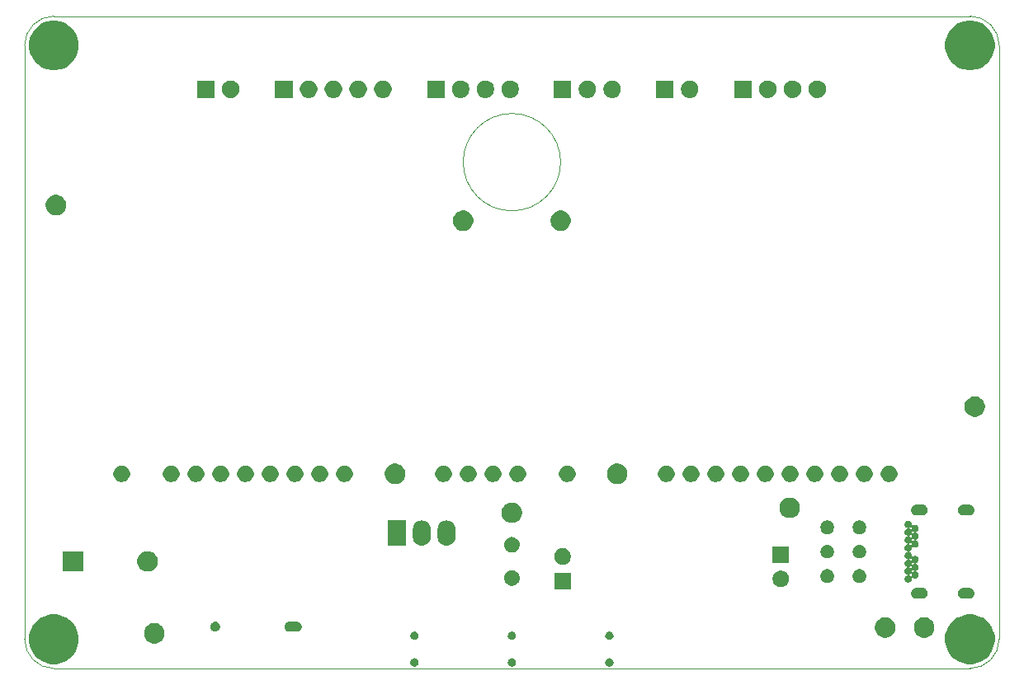
<source format=gbs>
G04 #@! TF.GenerationSoftware,KiCad,Pcbnew,5.1.5-52549c5~84~ubuntu16.04.1*
G04 #@! TF.CreationDate,2020-03-25T20:51:20+01:00*
G04 #@! TF.ProjectId,EmergencyWake,456d6572-6765-46e6-9379-57616b652e6b,rev?*
G04 #@! TF.SameCoordinates,PX5f5e100PY5f5e100*
G04 #@! TF.FileFunction,Soldermask,Bot*
G04 #@! TF.FilePolarity,Negative*
%FSLAX46Y46*%
G04 Gerber Fmt 4.6, Leading zero omitted, Abs format (unit mm)*
G04 Created by KiCad (PCBNEW 5.1.5-52549c5~84~ubuntu16.04.1) date 2020-03-25 20:51:20*
%MOMM*%
%LPD*%
G04 APERTURE LIST*
%ADD10C,0.050000*%
%ADD11C,0.150000*%
G04 APERTURE END LIST*
D10*
X55000000Y-15000000D02*
G75*
G03X55000000Y-15000000I-5000000J0D01*
G01*
X3000000Y-67000000D02*
G75*
G02X0Y-64000000I0J3000000D01*
G01*
X100000000Y-64000000D02*
G75*
G02X97000000Y-67000000I-3000000J0D01*
G01*
X97000000Y0D02*
G75*
G02X100000000Y-3000000I0J-3000000D01*
G01*
X0Y-3000000D02*
G75*
G02X3000000Y0I3000000J0D01*
G01*
X0Y-64000000D02*
X0Y-3000000D01*
X97000000Y-67000000D02*
X3000000Y-67000000D01*
X100000000Y-3000000D02*
X100000000Y-64000000D01*
X3000000Y0D02*
X97000000Y0D01*
D11*
G36*
X60123966Y-65966332D02*
G01*
X60123969Y-65966333D01*
X60123968Y-65966333D01*
X60201313Y-65998370D01*
X60270921Y-66044881D01*
X60330119Y-66104079D01*
X60376630Y-66173687D01*
X60403171Y-66237763D01*
X60408668Y-66251034D01*
X60425000Y-66333140D01*
X60425000Y-66416860D01*
X60408668Y-66498966D01*
X60408667Y-66498968D01*
X60376630Y-66576313D01*
X60330119Y-66645921D01*
X60270921Y-66705119D01*
X60201313Y-66751630D01*
X60137237Y-66778171D01*
X60123966Y-66783668D01*
X60041860Y-66800000D01*
X59958140Y-66800000D01*
X59876034Y-66783668D01*
X59862763Y-66778171D01*
X59798687Y-66751630D01*
X59729079Y-66705119D01*
X59669881Y-66645921D01*
X59623370Y-66576313D01*
X59591333Y-66498968D01*
X59591332Y-66498966D01*
X59575000Y-66416860D01*
X59575000Y-66333140D01*
X59591332Y-66251034D01*
X59596829Y-66237763D01*
X59623370Y-66173687D01*
X59669881Y-66104079D01*
X59729079Y-66044881D01*
X59798687Y-65998370D01*
X59876032Y-65966333D01*
X59876031Y-65966333D01*
X59876034Y-65966332D01*
X59958140Y-65950000D01*
X60041860Y-65950000D01*
X60123966Y-65966332D01*
G37*
G36*
X50123966Y-65966332D02*
G01*
X50123969Y-65966333D01*
X50123968Y-65966333D01*
X50201313Y-65998370D01*
X50270921Y-66044881D01*
X50330119Y-66104079D01*
X50376630Y-66173687D01*
X50403171Y-66237763D01*
X50408668Y-66251034D01*
X50425000Y-66333140D01*
X50425000Y-66416860D01*
X50408668Y-66498966D01*
X50408667Y-66498968D01*
X50376630Y-66576313D01*
X50330119Y-66645921D01*
X50270921Y-66705119D01*
X50201313Y-66751630D01*
X50137237Y-66778171D01*
X50123966Y-66783668D01*
X50041860Y-66800000D01*
X49958140Y-66800000D01*
X49876034Y-66783668D01*
X49862763Y-66778171D01*
X49798687Y-66751630D01*
X49729079Y-66705119D01*
X49669881Y-66645921D01*
X49623370Y-66576313D01*
X49591333Y-66498968D01*
X49591332Y-66498966D01*
X49575000Y-66416860D01*
X49575000Y-66333140D01*
X49591332Y-66251034D01*
X49596829Y-66237763D01*
X49623370Y-66173687D01*
X49669881Y-66104079D01*
X49729079Y-66044881D01*
X49798687Y-65998370D01*
X49876032Y-65966333D01*
X49876031Y-65966333D01*
X49876034Y-65966332D01*
X49958140Y-65950000D01*
X50041860Y-65950000D01*
X50123966Y-65966332D01*
G37*
G36*
X40123966Y-65966332D02*
G01*
X40123969Y-65966333D01*
X40123968Y-65966333D01*
X40201313Y-65998370D01*
X40270921Y-66044881D01*
X40330119Y-66104079D01*
X40376630Y-66173687D01*
X40403171Y-66237763D01*
X40408668Y-66251034D01*
X40425000Y-66333140D01*
X40425000Y-66416860D01*
X40408668Y-66498966D01*
X40408667Y-66498968D01*
X40376630Y-66576313D01*
X40330119Y-66645921D01*
X40270921Y-66705119D01*
X40201313Y-66751630D01*
X40137237Y-66778171D01*
X40123966Y-66783668D01*
X40041860Y-66800000D01*
X39958140Y-66800000D01*
X39876034Y-66783668D01*
X39862763Y-66778171D01*
X39798687Y-66751630D01*
X39729079Y-66705119D01*
X39669881Y-66645921D01*
X39623370Y-66576313D01*
X39591333Y-66498968D01*
X39591332Y-66498966D01*
X39575000Y-66416860D01*
X39575000Y-66333140D01*
X39591332Y-66251034D01*
X39596829Y-66237763D01*
X39623370Y-66173687D01*
X39669881Y-66104079D01*
X39729079Y-66044881D01*
X39798687Y-65998370D01*
X39876032Y-65966333D01*
X39876031Y-65966333D01*
X39876034Y-65966332D01*
X39958140Y-65950000D01*
X40041860Y-65950000D01*
X40123966Y-65966332D01*
G37*
G36*
X97579589Y-61515330D02*
G01*
X97743807Y-61547995D01*
X98207878Y-61740220D01*
X98282903Y-61790350D01*
X98625529Y-62019285D01*
X98980715Y-62374471D01*
X99100776Y-62554155D01*
X99259780Y-62792122D01*
X99452005Y-63256193D01*
X99460194Y-63297362D01*
X99550000Y-63748845D01*
X99550000Y-64251155D01*
X99452005Y-64743806D01*
X99259781Y-65207876D01*
X98980715Y-65625529D01*
X98625529Y-65980715D01*
X98440901Y-66104079D01*
X98207878Y-66259780D01*
X97743807Y-66452005D01*
X97579589Y-66484670D01*
X97251155Y-66550000D01*
X96748845Y-66550000D01*
X96420411Y-66484670D01*
X96256193Y-66452005D01*
X95792122Y-66259780D01*
X95559099Y-66104079D01*
X95374471Y-65980715D01*
X95019285Y-65625529D01*
X94740219Y-65207876D01*
X94547995Y-64743806D01*
X94450000Y-64251155D01*
X94450000Y-63748845D01*
X94539806Y-63297362D01*
X94547995Y-63256193D01*
X94740220Y-62792122D01*
X94899224Y-62554155D01*
X95019285Y-62374471D01*
X95374471Y-62019285D01*
X95717097Y-61790350D01*
X95792122Y-61740220D01*
X96256193Y-61547995D01*
X96420411Y-61515330D01*
X96748845Y-61450000D01*
X97251155Y-61450000D01*
X97579589Y-61515330D01*
G37*
G36*
X3579589Y-61515330D02*
G01*
X3743807Y-61547995D01*
X4207878Y-61740220D01*
X4282903Y-61790350D01*
X4625529Y-62019285D01*
X4980715Y-62374471D01*
X5100776Y-62554155D01*
X5259780Y-62792122D01*
X5452005Y-63256193D01*
X5460194Y-63297362D01*
X5550000Y-63748845D01*
X5550000Y-64251155D01*
X5452005Y-64743806D01*
X5259781Y-65207876D01*
X4980715Y-65625529D01*
X4625529Y-65980715D01*
X4440901Y-66104079D01*
X4207878Y-66259780D01*
X3743807Y-66452005D01*
X3579589Y-66484670D01*
X3251155Y-66550000D01*
X2748845Y-66550000D01*
X2420411Y-66484670D01*
X2256193Y-66452005D01*
X1792122Y-66259780D01*
X1559099Y-66104079D01*
X1374471Y-65980715D01*
X1019285Y-65625529D01*
X740219Y-65207876D01*
X547995Y-64743806D01*
X450000Y-64251155D01*
X450000Y-63748845D01*
X539806Y-63297362D01*
X547995Y-63256193D01*
X740220Y-62792122D01*
X899224Y-62554155D01*
X1019285Y-62374471D01*
X1374471Y-62019285D01*
X1717097Y-61790350D01*
X1792122Y-61740220D01*
X2256193Y-61547995D01*
X2420411Y-61515330D01*
X2748845Y-61450000D01*
X3251155Y-61450000D01*
X3579589Y-61515330D01*
G37*
G36*
X13428687Y-62355027D02*
G01*
X13606274Y-62390350D01*
X13797362Y-62469502D01*
X13969336Y-62584411D01*
X14115589Y-62730664D01*
X14230498Y-62902638D01*
X14309650Y-63093726D01*
X14350000Y-63296584D01*
X14350000Y-63503416D01*
X14309650Y-63706274D01*
X14230498Y-63897362D01*
X14115589Y-64069336D01*
X13969336Y-64215589D01*
X13797362Y-64330498D01*
X13606274Y-64409650D01*
X13428687Y-64444973D01*
X13403417Y-64450000D01*
X13196583Y-64450000D01*
X13171313Y-64444973D01*
X12993726Y-64409650D01*
X12802638Y-64330498D01*
X12630664Y-64215589D01*
X12484411Y-64069336D01*
X12369502Y-63897362D01*
X12290350Y-63706274D01*
X12250000Y-63503416D01*
X12250000Y-63296584D01*
X12290350Y-63093726D01*
X12369502Y-62902638D01*
X12484411Y-62730664D01*
X12630664Y-62584411D01*
X12802638Y-62469502D01*
X12993726Y-62390350D01*
X13171313Y-62355027D01*
X13196583Y-62350000D01*
X13403417Y-62350000D01*
X13428687Y-62355027D01*
G37*
G36*
X60123966Y-63216332D02*
G01*
X60123969Y-63216333D01*
X60123968Y-63216333D01*
X60201313Y-63248370D01*
X60270921Y-63294881D01*
X60330119Y-63354079D01*
X60376630Y-63423687D01*
X60395537Y-63469334D01*
X60408668Y-63501034D01*
X60425000Y-63583140D01*
X60425000Y-63666860D01*
X60408668Y-63748966D01*
X60408667Y-63748968D01*
X60376630Y-63826313D01*
X60330119Y-63895921D01*
X60270921Y-63955119D01*
X60201313Y-64001630D01*
X60137237Y-64028171D01*
X60123966Y-64033668D01*
X60041860Y-64050000D01*
X59958140Y-64050000D01*
X59876034Y-64033668D01*
X59862763Y-64028171D01*
X59798687Y-64001630D01*
X59729079Y-63955119D01*
X59669881Y-63895921D01*
X59623370Y-63826313D01*
X59591333Y-63748968D01*
X59591332Y-63748966D01*
X59575000Y-63666860D01*
X59575000Y-63583140D01*
X59591332Y-63501034D01*
X59604463Y-63469334D01*
X59623370Y-63423687D01*
X59669881Y-63354079D01*
X59729079Y-63294881D01*
X59798687Y-63248370D01*
X59876032Y-63216333D01*
X59876031Y-63216333D01*
X59876034Y-63216332D01*
X59958140Y-63200000D01*
X60041860Y-63200000D01*
X60123966Y-63216332D01*
G37*
G36*
X50123966Y-63216332D02*
G01*
X50123969Y-63216333D01*
X50123968Y-63216333D01*
X50201313Y-63248370D01*
X50270921Y-63294881D01*
X50330119Y-63354079D01*
X50376630Y-63423687D01*
X50395537Y-63469334D01*
X50408668Y-63501034D01*
X50425000Y-63583140D01*
X50425000Y-63666860D01*
X50408668Y-63748966D01*
X50408667Y-63748968D01*
X50376630Y-63826313D01*
X50330119Y-63895921D01*
X50270921Y-63955119D01*
X50201313Y-64001630D01*
X50137237Y-64028171D01*
X50123966Y-64033668D01*
X50041860Y-64050000D01*
X49958140Y-64050000D01*
X49876034Y-64033668D01*
X49862763Y-64028171D01*
X49798687Y-64001630D01*
X49729079Y-63955119D01*
X49669881Y-63895921D01*
X49623370Y-63826313D01*
X49591333Y-63748968D01*
X49591332Y-63748966D01*
X49575000Y-63666860D01*
X49575000Y-63583140D01*
X49591332Y-63501034D01*
X49604463Y-63469334D01*
X49623370Y-63423687D01*
X49669881Y-63354079D01*
X49729079Y-63294881D01*
X49798687Y-63248370D01*
X49876032Y-63216333D01*
X49876031Y-63216333D01*
X49876034Y-63216332D01*
X49958140Y-63200000D01*
X50041860Y-63200000D01*
X50123966Y-63216332D01*
G37*
G36*
X40123966Y-63216332D02*
G01*
X40123969Y-63216333D01*
X40123968Y-63216333D01*
X40201313Y-63248370D01*
X40270921Y-63294881D01*
X40330119Y-63354079D01*
X40376630Y-63423687D01*
X40395537Y-63469334D01*
X40408668Y-63501034D01*
X40425000Y-63583140D01*
X40425000Y-63666860D01*
X40408668Y-63748966D01*
X40408667Y-63748968D01*
X40376630Y-63826313D01*
X40330119Y-63895921D01*
X40270921Y-63955119D01*
X40201313Y-64001630D01*
X40137237Y-64028171D01*
X40123966Y-64033668D01*
X40041860Y-64050000D01*
X39958140Y-64050000D01*
X39876034Y-64033668D01*
X39862763Y-64028171D01*
X39798687Y-64001630D01*
X39729079Y-63955119D01*
X39669881Y-63895921D01*
X39623370Y-63826313D01*
X39591333Y-63748968D01*
X39591332Y-63748966D01*
X39575000Y-63666860D01*
X39575000Y-63583140D01*
X39591332Y-63501034D01*
X39604463Y-63469334D01*
X39623370Y-63423687D01*
X39669881Y-63354079D01*
X39729079Y-63294881D01*
X39798687Y-63248370D01*
X39876032Y-63216333D01*
X39876031Y-63216333D01*
X39876034Y-63216332D01*
X39958140Y-63200000D01*
X40041860Y-63200000D01*
X40123966Y-63216332D01*
G37*
G36*
X92428687Y-61755027D02*
G01*
X92606274Y-61790350D01*
X92797362Y-61869502D01*
X92969336Y-61984411D01*
X93115589Y-62130664D01*
X93230498Y-62302638D01*
X93309650Y-62493726D01*
X93350000Y-62696584D01*
X93350000Y-62903416D01*
X93309650Y-63106274D01*
X93230498Y-63297362D01*
X93115589Y-63469336D01*
X92969336Y-63615589D01*
X92797362Y-63730498D01*
X92606274Y-63809650D01*
X92428687Y-63844973D01*
X92403417Y-63850000D01*
X92196583Y-63850000D01*
X92171313Y-63844973D01*
X91993726Y-63809650D01*
X91802638Y-63730498D01*
X91630664Y-63615589D01*
X91484411Y-63469336D01*
X91369502Y-63297362D01*
X91290350Y-63106274D01*
X91250000Y-62903416D01*
X91250000Y-62696584D01*
X91290350Y-62493726D01*
X91369502Y-62302638D01*
X91484411Y-62130664D01*
X91630664Y-61984411D01*
X91802638Y-61869502D01*
X91993726Y-61790350D01*
X92171313Y-61755027D01*
X92196583Y-61750000D01*
X92403417Y-61750000D01*
X92428687Y-61755027D01*
G37*
G36*
X88428687Y-61755027D02*
G01*
X88606274Y-61790350D01*
X88797362Y-61869502D01*
X88969336Y-61984411D01*
X89115589Y-62130664D01*
X89230498Y-62302638D01*
X89309650Y-62493726D01*
X89350000Y-62696584D01*
X89350000Y-62903416D01*
X89309650Y-63106274D01*
X89230498Y-63297362D01*
X89115589Y-63469336D01*
X88969336Y-63615589D01*
X88797362Y-63730498D01*
X88606274Y-63809650D01*
X88428687Y-63844973D01*
X88403417Y-63850000D01*
X88196583Y-63850000D01*
X88171313Y-63844973D01*
X87993726Y-63809650D01*
X87802638Y-63730498D01*
X87630664Y-63615589D01*
X87484411Y-63469336D01*
X87369502Y-63297362D01*
X87290350Y-63106274D01*
X87250000Y-62903416D01*
X87250000Y-62696584D01*
X87290350Y-62493726D01*
X87369502Y-62302638D01*
X87484411Y-62130664D01*
X87630664Y-61984411D01*
X87802638Y-61869502D01*
X87993726Y-61790350D01*
X88171313Y-61755027D01*
X88196583Y-61750000D01*
X88403417Y-61750000D01*
X88428687Y-61755027D01*
G37*
G36*
X28048017Y-62207234D02*
G01*
X28115663Y-62227755D01*
X28142267Y-62235825D01*
X28142269Y-62235826D01*
X28229127Y-62282252D01*
X28305264Y-62344736D01*
X28367748Y-62420873D01*
X28414174Y-62507731D01*
X28442766Y-62601983D01*
X28452419Y-62700000D01*
X28442766Y-62798017D01*
X28414174Y-62892269D01*
X28367748Y-62979127D01*
X28305264Y-63055264D01*
X28229127Y-63117748D01*
X28142269Y-63164174D01*
X28142267Y-63164175D01*
X28115663Y-63172245D01*
X28048017Y-63192766D01*
X27974564Y-63200000D01*
X27125436Y-63200000D01*
X27051983Y-63192766D01*
X26984337Y-63172245D01*
X26957733Y-63164175D01*
X26957731Y-63164174D01*
X26870873Y-63117748D01*
X26794736Y-63055264D01*
X26732252Y-62979127D01*
X26685826Y-62892269D01*
X26657234Y-62798017D01*
X26647581Y-62700000D01*
X26657234Y-62601983D01*
X26685826Y-62507731D01*
X26732252Y-62420873D01*
X26794736Y-62344736D01*
X26870873Y-62282252D01*
X26957731Y-62235826D01*
X26957733Y-62235825D01*
X26984337Y-62227755D01*
X27051983Y-62207234D01*
X27125436Y-62200000D01*
X27974564Y-62200000D01*
X28048017Y-62207234D01*
G37*
G36*
X19695843Y-62219214D02*
G01*
X19786837Y-62256905D01*
X19786839Y-62256906D01*
X19824772Y-62282252D01*
X19868730Y-62311624D01*
X19938376Y-62381270D01*
X19993095Y-62463163D01*
X20030786Y-62554157D01*
X20050000Y-62650753D01*
X20050000Y-62749247D01*
X20030786Y-62845843D01*
X19993095Y-62936837D01*
X19938376Y-63018730D01*
X19868730Y-63088376D01*
X19841944Y-63106274D01*
X19786839Y-63143094D01*
X19786838Y-63143095D01*
X19786837Y-63143095D01*
X19695843Y-63180786D01*
X19599247Y-63200000D01*
X19500753Y-63200000D01*
X19404157Y-63180786D01*
X19313163Y-63143095D01*
X19313162Y-63143095D01*
X19313161Y-63143094D01*
X19258056Y-63106274D01*
X19231270Y-63088376D01*
X19161624Y-63018730D01*
X19106905Y-62936837D01*
X19069214Y-62845843D01*
X19050000Y-62749247D01*
X19050000Y-62650753D01*
X19069214Y-62554157D01*
X19106905Y-62463163D01*
X19161624Y-62381270D01*
X19231270Y-62311624D01*
X19275228Y-62282252D01*
X19313161Y-62256906D01*
X19313163Y-62256905D01*
X19404157Y-62219214D01*
X19500753Y-62200000D01*
X19599247Y-62200000D01*
X19695843Y-62219214D01*
G37*
G36*
X92200885Y-58725305D02*
G01*
X92227819Y-58727958D01*
X92262377Y-58738441D01*
X92331496Y-58759408D01*
X92427039Y-58810477D01*
X92427040Y-58810478D01*
X92427042Y-58810479D01*
X92475198Y-58850000D01*
X92510790Y-58879210D01*
X92579523Y-58962961D01*
X92630592Y-59058504D01*
X92662042Y-59162182D01*
X92672661Y-59270000D01*
X92662042Y-59377818D01*
X92630592Y-59481496D01*
X92579523Y-59577039D01*
X92579521Y-59577042D01*
X92510790Y-59660790D01*
X92427042Y-59729521D01*
X92427040Y-59729522D01*
X92427039Y-59729523D01*
X92331496Y-59780592D01*
X92262377Y-59801559D01*
X92227819Y-59812042D01*
X92200885Y-59814695D01*
X92147020Y-59820000D01*
X91492980Y-59820000D01*
X91439115Y-59814695D01*
X91412181Y-59812042D01*
X91377623Y-59801559D01*
X91308504Y-59780592D01*
X91212961Y-59729523D01*
X91212960Y-59729522D01*
X91212958Y-59729521D01*
X91129210Y-59660790D01*
X91060479Y-59577042D01*
X91060477Y-59577039D01*
X91009408Y-59481496D01*
X90977958Y-59377818D01*
X90967339Y-59270000D01*
X90977958Y-59162182D01*
X91009408Y-59058504D01*
X91060477Y-58962961D01*
X91129210Y-58879210D01*
X91164802Y-58850000D01*
X91212958Y-58810479D01*
X91212960Y-58810478D01*
X91212961Y-58810477D01*
X91308504Y-58759408D01*
X91377623Y-58738441D01*
X91412181Y-58727958D01*
X91439115Y-58725305D01*
X91492980Y-58720000D01*
X92147020Y-58720000D01*
X92200885Y-58725305D01*
G37*
G36*
X96980885Y-58725305D02*
G01*
X97007819Y-58727958D01*
X97042377Y-58738441D01*
X97111496Y-58759408D01*
X97207039Y-58810477D01*
X97207040Y-58810478D01*
X97207042Y-58810479D01*
X97255198Y-58850000D01*
X97290790Y-58879210D01*
X97359523Y-58962961D01*
X97410592Y-59058504D01*
X97442042Y-59162182D01*
X97452661Y-59270000D01*
X97442042Y-59377818D01*
X97410592Y-59481496D01*
X97359523Y-59577039D01*
X97359521Y-59577042D01*
X97290790Y-59660790D01*
X97207042Y-59729521D01*
X97207040Y-59729522D01*
X97207039Y-59729523D01*
X97111496Y-59780592D01*
X97042377Y-59801559D01*
X97007819Y-59812042D01*
X96980885Y-59814695D01*
X96927020Y-59820000D01*
X96272980Y-59820000D01*
X96219115Y-59814695D01*
X96192181Y-59812042D01*
X96157623Y-59801559D01*
X96088504Y-59780592D01*
X95992961Y-59729523D01*
X95992960Y-59729522D01*
X95992958Y-59729521D01*
X95909210Y-59660790D01*
X95840479Y-59577042D01*
X95840477Y-59577039D01*
X95789408Y-59481496D01*
X95757958Y-59377818D01*
X95747339Y-59270000D01*
X95757958Y-59162182D01*
X95789408Y-59058504D01*
X95840477Y-58962961D01*
X95909210Y-58879210D01*
X95944802Y-58850000D01*
X95992958Y-58810479D01*
X95992960Y-58810478D01*
X95992961Y-58810477D01*
X96088504Y-58759408D01*
X96157623Y-58738441D01*
X96192181Y-58727958D01*
X96219115Y-58725305D01*
X96272980Y-58720000D01*
X96927020Y-58720000D01*
X96980885Y-58725305D01*
G37*
G36*
X56050000Y-58850000D02*
G01*
X54350000Y-58850000D01*
X54350000Y-57150000D01*
X56050000Y-57150000D01*
X56050000Y-58850000D01*
G37*
G36*
X77847934Y-56982664D02*
G01*
X78002625Y-57046739D01*
X78050305Y-57078598D01*
X78141844Y-57139762D01*
X78260238Y-57258156D01*
X78282371Y-57291281D01*
X78353261Y-57397375D01*
X78417336Y-57552066D01*
X78450000Y-57716281D01*
X78450000Y-57883719D01*
X78417336Y-58047934D01*
X78353261Y-58202625D01*
X78353260Y-58202626D01*
X78260238Y-58341844D01*
X78141844Y-58460238D01*
X78128346Y-58469257D01*
X78002625Y-58553261D01*
X77847934Y-58617336D01*
X77683719Y-58650000D01*
X77516281Y-58650000D01*
X77352066Y-58617336D01*
X77197375Y-58553261D01*
X77071654Y-58469257D01*
X77058156Y-58460238D01*
X76939762Y-58341844D01*
X76846740Y-58202626D01*
X76846739Y-58202625D01*
X76782664Y-58047934D01*
X76750000Y-57883719D01*
X76750000Y-57716281D01*
X76782664Y-57552066D01*
X76846739Y-57397375D01*
X76917629Y-57291281D01*
X76939762Y-57258156D01*
X77058156Y-57139762D01*
X77149695Y-57078598D01*
X77197375Y-57046739D01*
X77352066Y-56982664D01*
X77516281Y-56950000D01*
X77683719Y-56950000D01*
X77847934Y-56982664D01*
G37*
G36*
X50181832Y-56920495D02*
G01*
X50233351Y-56930743D01*
X50279841Y-56950000D01*
X50378941Y-56991048D01*
X50509969Y-57078598D01*
X50621402Y-57190031D01*
X50708952Y-57321059D01*
X50737609Y-57390245D01*
X50757975Y-57439411D01*
X50769257Y-57466650D01*
X50800000Y-57621205D01*
X50800000Y-57778795D01*
X50788435Y-57836934D01*
X50769257Y-57933351D01*
X50750917Y-57977627D01*
X50708952Y-58078941D01*
X50621402Y-58209969D01*
X50509969Y-58321402D01*
X50378941Y-58408952D01*
X50293656Y-58444278D01*
X50233351Y-58469257D01*
X50181832Y-58479505D01*
X50078795Y-58500000D01*
X49921205Y-58500000D01*
X49818168Y-58479505D01*
X49766649Y-58469257D01*
X49706344Y-58444278D01*
X49621059Y-58408952D01*
X49490031Y-58321402D01*
X49378598Y-58209969D01*
X49291048Y-58078941D01*
X49249083Y-57977627D01*
X49230743Y-57933351D01*
X49211565Y-57836934D01*
X49200000Y-57778795D01*
X49200000Y-57621205D01*
X49230743Y-57466650D01*
X49242026Y-57439411D01*
X49262391Y-57390245D01*
X49291048Y-57321059D01*
X49378598Y-57190031D01*
X49490031Y-57078598D01*
X49621059Y-56991048D01*
X49720159Y-56950000D01*
X49766649Y-56930743D01*
X49818168Y-56920495D01*
X49921205Y-56900000D01*
X50078795Y-56900000D01*
X50181832Y-56920495D01*
G37*
G36*
X82554181Y-56826900D02*
G01*
X82681573Y-56879667D01*
X82698956Y-56891282D01*
X82796224Y-56956274D01*
X82893726Y-57053776D01*
X82930437Y-57108718D01*
X82970333Y-57168427D01*
X83023100Y-57295819D01*
X83050000Y-57431055D01*
X83050000Y-57568945D01*
X83023100Y-57704181D01*
X82970333Y-57831573D01*
X82970332Y-57831574D01*
X82893726Y-57946224D01*
X82796224Y-58043726D01*
X82743519Y-58078942D01*
X82681573Y-58120333D01*
X82554181Y-58173100D01*
X82418945Y-58200000D01*
X82281055Y-58200000D01*
X82145819Y-58173100D01*
X82018427Y-58120333D01*
X81956481Y-58078942D01*
X81903776Y-58043726D01*
X81806274Y-57946224D01*
X81729668Y-57831574D01*
X81729667Y-57831573D01*
X81676900Y-57704181D01*
X81650000Y-57568945D01*
X81650000Y-57431055D01*
X81676900Y-57295819D01*
X81729667Y-57168427D01*
X81769563Y-57108718D01*
X81806274Y-57053776D01*
X81903776Y-56956274D01*
X82001044Y-56891282D01*
X82018427Y-56879667D01*
X82145819Y-56826900D01*
X82281055Y-56800000D01*
X82418945Y-56800000D01*
X82554181Y-56826900D01*
G37*
G36*
X85854181Y-56826900D02*
G01*
X85981573Y-56879667D01*
X85998956Y-56891282D01*
X86096224Y-56956274D01*
X86193726Y-57053776D01*
X86230437Y-57108718D01*
X86270333Y-57168427D01*
X86323100Y-57295819D01*
X86350000Y-57431055D01*
X86350000Y-57568945D01*
X86323100Y-57704181D01*
X86270333Y-57831573D01*
X86270332Y-57831574D01*
X86193726Y-57946224D01*
X86096224Y-58043726D01*
X86043519Y-58078942D01*
X85981573Y-58120333D01*
X85854181Y-58173100D01*
X85718945Y-58200000D01*
X85581055Y-58200000D01*
X85445819Y-58173100D01*
X85318427Y-58120333D01*
X85256481Y-58078942D01*
X85203776Y-58043726D01*
X85106274Y-57946224D01*
X85029668Y-57831574D01*
X85029667Y-57831573D01*
X84976900Y-57704181D01*
X84950000Y-57568945D01*
X84950000Y-57431055D01*
X84976900Y-57295819D01*
X85029667Y-57168427D01*
X85069563Y-57108718D01*
X85106274Y-57053776D01*
X85203776Y-56956274D01*
X85301044Y-56891282D01*
X85318427Y-56879667D01*
X85445819Y-56826900D01*
X85581055Y-56800000D01*
X85718945Y-56800000D01*
X85854181Y-56826900D01*
G37*
G36*
X90779383Y-51839411D02*
G01*
X90839919Y-51864486D01*
X90847629Y-51867680D01*
X90865569Y-51879667D01*
X90909047Y-51908718D01*
X90961282Y-51960953D01*
X91002321Y-52022373D01*
X91030589Y-52090617D01*
X91045000Y-52163065D01*
X91045000Y-52236935D01*
X91037989Y-52272179D01*
X91037028Y-52281933D01*
X91037989Y-52291688D01*
X91040834Y-52301067D01*
X91045454Y-52309711D01*
X91051672Y-52317288D01*
X91059248Y-52323506D01*
X91067893Y-52328127D01*
X91077272Y-52330972D01*
X91087026Y-52331933D01*
X91096781Y-52330972D01*
X91106160Y-52328127D01*
X91114804Y-52323507D01*
X91122382Y-52317289D01*
X91130953Y-52308718D01*
X91185638Y-52272179D01*
X91192371Y-52267680D01*
X91260617Y-52239411D01*
X91273070Y-52236934D01*
X91333065Y-52225000D01*
X91406935Y-52225000D01*
X91466930Y-52236934D01*
X91479383Y-52239411D01*
X91547629Y-52267680D01*
X91554362Y-52272179D01*
X91609047Y-52308718D01*
X91661282Y-52360953D01*
X91702321Y-52422373D01*
X91730589Y-52490617D01*
X91745000Y-52563065D01*
X91745000Y-52636935D01*
X91738884Y-52667680D01*
X91730589Y-52709383D01*
X91702320Y-52777629D01*
X91661281Y-52839048D01*
X91609048Y-52891281D01*
X91547629Y-52932320D01*
X91547628Y-52932321D01*
X91547627Y-52932321D01*
X91495756Y-52953807D01*
X91487112Y-52958427D01*
X91479535Y-52964645D01*
X91473317Y-52972222D01*
X91468697Y-52980866D01*
X91465852Y-52990246D01*
X91464891Y-53000000D01*
X91465852Y-53009755D01*
X91468697Y-53019134D01*
X91473317Y-53027778D01*
X91479535Y-53035355D01*
X91487112Y-53041573D01*
X91495756Y-53046193D01*
X91547629Y-53067680D01*
X91554362Y-53072179D01*
X91609047Y-53108718D01*
X91661282Y-53160953D01*
X91702321Y-53222373D01*
X91730589Y-53290617D01*
X91745000Y-53363065D01*
X91745000Y-53436935D01*
X91730589Y-53509383D01*
X91716163Y-53544211D01*
X91702320Y-53577629D01*
X91661281Y-53639048D01*
X91609048Y-53691281D01*
X91547629Y-53732320D01*
X91547628Y-53732321D01*
X91547627Y-53732321D01*
X91495756Y-53753807D01*
X91487112Y-53758427D01*
X91479535Y-53764645D01*
X91473317Y-53772222D01*
X91468697Y-53780866D01*
X91465852Y-53790246D01*
X91464891Y-53800000D01*
X91465852Y-53809755D01*
X91468697Y-53819134D01*
X91473317Y-53827778D01*
X91479535Y-53835355D01*
X91487112Y-53841573D01*
X91495756Y-53846193D01*
X91547629Y-53867680D01*
X91554362Y-53872179D01*
X91609047Y-53908718D01*
X91661282Y-53960953D01*
X91702321Y-54022373D01*
X91730589Y-54090617D01*
X91745000Y-54163065D01*
X91745000Y-54236935D01*
X91738884Y-54267680D01*
X91730589Y-54309383D01*
X91702320Y-54377629D01*
X91661281Y-54439048D01*
X91609048Y-54491281D01*
X91547629Y-54532320D01*
X91547628Y-54532321D01*
X91547627Y-54532321D01*
X91479383Y-54560589D01*
X91406935Y-54575000D01*
X91333065Y-54575000D01*
X91260617Y-54560589D01*
X91192373Y-54532321D01*
X91192372Y-54532321D01*
X91192371Y-54532320D01*
X91130952Y-54491281D01*
X91122382Y-54482711D01*
X91114805Y-54476493D01*
X91106161Y-54471873D01*
X91096781Y-54469028D01*
X91087027Y-54468067D01*
X91077273Y-54469028D01*
X91067893Y-54471873D01*
X91059249Y-54476493D01*
X91051672Y-54482711D01*
X91045454Y-54490288D01*
X91040834Y-54498932D01*
X91037989Y-54508312D01*
X91037028Y-54518066D01*
X91037989Y-54527818D01*
X91045000Y-54563066D01*
X91045000Y-54636934D01*
X91030589Y-54709383D01*
X91002320Y-54777629D01*
X90961281Y-54839048D01*
X90909048Y-54891281D01*
X90847629Y-54932320D01*
X90847628Y-54932321D01*
X90847627Y-54932321D01*
X90795756Y-54953807D01*
X90787112Y-54958427D01*
X90779535Y-54964645D01*
X90773317Y-54972222D01*
X90768697Y-54980866D01*
X90765852Y-54990246D01*
X90764891Y-55000000D01*
X90765852Y-55009755D01*
X90768697Y-55019134D01*
X90773317Y-55027778D01*
X90779535Y-55035355D01*
X90787112Y-55041573D01*
X90795756Y-55046193D01*
X90847629Y-55067680D01*
X90878546Y-55088338D01*
X90909047Y-55108718D01*
X90961282Y-55160953D01*
X91002321Y-55222373D01*
X91030589Y-55290617D01*
X91045000Y-55363065D01*
X91045000Y-55436935D01*
X91037989Y-55472179D01*
X91037028Y-55481933D01*
X91037989Y-55491688D01*
X91040834Y-55501067D01*
X91045454Y-55509711D01*
X91051672Y-55517288D01*
X91059248Y-55523506D01*
X91067893Y-55528127D01*
X91077272Y-55530972D01*
X91087026Y-55531933D01*
X91096781Y-55530972D01*
X91106160Y-55528127D01*
X91114804Y-55523507D01*
X91122382Y-55517289D01*
X91130953Y-55508718D01*
X91185638Y-55472179D01*
X91192371Y-55467680D01*
X91260617Y-55439411D01*
X91273070Y-55436934D01*
X91333065Y-55425000D01*
X91406935Y-55425000D01*
X91466930Y-55436934D01*
X91479383Y-55439411D01*
X91547629Y-55467680D01*
X91554362Y-55472179D01*
X91609047Y-55508718D01*
X91661282Y-55560953D01*
X91681662Y-55591454D01*
X91700958Y-55620332D01*
X91702321Y-55622373D01*
X91730589Y-55690617D01*
X91745000Y-55763065D01*
X91745000Y-55836935D01*
X91738884Y-55867680D01*
X91730589Y-55909383D01*
X91702320Y-55977629D01*
X91661281Y-56039048D01*
X91609048Y-56091281D01*
X91547629Y-56132320D01*
X91547628Y-56132321D01*
X91547627Y-56132321D01*
X91495756Y-56153807D01*
X91487112Y-56158427D01*
X91479535Y-56164645D01*
X91473317Y-56172222D01*
X91468697Y-56180866D01*
X91465852Y-56190246D01*
X91464891Y-56200000D01*
X91465852Y-56209755D01*
X91468697Y-56219134D01*
X91473317Y-56227778D01*
X91479535Y-56235355D01*
X91487112Y-56241573D01*
X91495756Y-56246193D01*
X91547629Y-56267680D01*
X91554362Y-56272179D01*
X91609047Y-56308718D01*
X91661282Y-56360953D01*
X91702321Y-56422373D01*
X91730589Y-56490617D01*
X91745000Y-56563065D01*
X91745000Y-56636935D01*
X91730589Y-56709383D01*
X91702321Y-56777627D01*
X91669398Y-56826901D01*
X91661281Y-56839048D01*
X91609048Y-56891281D01*
X91547629Y-56932320D01*
X91547628Y-56932321D01*
X91547627Y-56932321D01*
X91495756Y-56953807D01*
X91487112Y-56958427D01*
X91479535Y-56964645D01*
X91473317Y-56972222D01*
X91468697Y-56980866D01*
X91465852Y-56990246D01*
X91464891Y-57000000D01*
X91465852Y-57009755D01*
X91468697Y-57019134D01*
X91473317Y-57027778D01*
X91479535Y-57035355D01*
X91487112Y-57041573D01*
X91495756Y-57046193D01*
X91514063Y-57053776D01*
X91547629Y-57067680D01*
X91554362Y-57072179D01*
X91609047Y-57108718D01*
X91661282Y-57160953D01*
X91702321Y-57222373D01*
X91730589Y-57290617D01*
X91745000Y-57363065D01*
X91745000Y-57436935D01*
X91730589Y-57509383D01*
X91702321Y-57577627D01*
X91661282Y-57639047D01*
X91609047Y-57691282D01*
X91583559Y-57708312D01*
X91547629Y-57732320D01*
X91547628Y-57732321D01*
X91547627Y-57732321D01*
X91479383Y-57760589D01*
X91406935Y-57775000D01*
X91333065Y-57775000D01*
X91260617Y-57760589D01*
X91192373Y-57732321D01*
X91192372Y-57732321D01*
X91192371Y-57732320D01*
X91156441Y-57708312D01*
X91130953Y-57691282D01*
X91122382Y-57682711D01*
X91114805Y-57676493D01*
X91106161Y-57671873D01*
X91096781Y-57669028D01*
X91087027Y-57668067D01*
X91077273Y-57669028D01*
X91067893Y-57671873D01*
X91059249Y-57676493D01*
X91051672Y-57682711D01*
X91045454Y-57690288D01*
X91040834Y-57698932D01*
X91037989Y-57708312D01*
X91037028Y-57718066D01*
X91037989Y-57727818D01*
X91045000Y-57763066D01*
X91045000Y-57836934D01*
X91030589Y-57909383D01*
X91002320Y-57977629D01*
X90961281Y-58039048D01*
X90909048Y-58091281D01*
X90847629Y-58132320D01*
X90847628Y-58132321D01*
X90847627Y-58132321D01*
X90779383Y-58160589D01*
X90706935Y-58175000D01*
X90633065Y-58175000D01*
X90560617Y-58160589D01*
X90492373Y-58132321D01*
X90492372Y-58132321D01*
X90492371Y-58132320D01*
X90430952Y-58091281D01*
X90378719Y-58039048D01*
X90337680Y-57977629D01*
X90309411Y-57909383D01*
X90295000Y-57836934D01*
X90295000Y-57763066D01*
X90301116Y-57732321D01*
X90309411Y-57690617D01*
X90337679Y-57622373D01*
X90378718Y-57560953D01*
X90430953Y-57508718D01*
X90461454Y-57488338D01*
X90492371Y-57467680D01*
X90494858Y-57466650D01*
X90544244Y-57446193D01*
X90552888Y-57441573D01*
X90560465Y-57435355D01*
X90566683Y-57427778D01*
X90571303Y-57419134D01*
X90574148Y-57409754D01*
X90575109Y-57400000D01*
X90764891Y-57400000D01*
X90765852Y-57409755D01*
X90768697Y-57419134D01*
X90773317Y-57427778D01*
X90779535Y-57435355D01*
X90787112Y-57441573D01*
X90795756Y-57446193D01*
X90845143Y-57466650D01*
X90847629Y-57467680D01*
X90878546Y-57488338D01*
X90909047Y-57508718D01*
X90917618Y-57517289D01*
X90925195Y-57523507D01*
X90933839Y-57528127D01*
X90943219Y-57530972D01*
X90952973Y-57531933D01*
X90962727Y-57530972D01*
X90972107Y-57528127D01*
X90980751Y-57523507D01*
X90988328Y-57517289D01*
X90994546Y-57509712D01*
X90999166Y-57501068D01*
X91002011Y-57491688D01*
X91002972Y-57481934D01*
X91002011Y-57472179D01*
X90995000Y-57436935D01*
X90995000Y-57363065D01*
X91002011Y-57327821D01*
X91002972Y-57318067D01*
X91002011Y-57308312D01*
X90999166Y-57298933D01*
X90994546Y-57290289D01*
X90988328Y-57282712D01*
X90980752Y-57276494D01*
X90972107Y-57271873D01*
X90962728Y-57269028D01*
X90952974Y-57268067D01*
X90943219Y-57269028D01*
X90933840Y-57271873D01*
X90925196Y-57276493D01*
X90917618Y-57282711D01*
X90909047Y-57291282D01*
X90897596Y-57298933D01*
X90847629Y-57332320D01*
X90847628Y-57332321D01*
X90847627Y-57332321D01*
X90795756Y-57353807D01*
X90787112Y-57358427D01*
X90779535Y-57364645D01*
X90773317Y-57372222D01*
X90768697Y-57380866D01*
X90765852Y-57390246D01*
X90764891Y-57400000D01*
X90575109Y-57400000D01*
X90574148Y-57390245D01*
X90571303Y-57380866D01*
X90566683Y-57372222D01*
X90560465Y-57364645D01*
X90552888Y-57358427D01*
X90544244Y-57353807D01*
X90492373Y-57332321D01*
X90492372Y-57332321D01*
X90492371Y-57332320D01*
X90442404Y-57298933D01*
X90430953Y-57291282D01*
X90378718Y-57239047D01*
X90337679Y-57177627D01*
X90309411Y-57109383D01*
X90295000Y-57036935D01*
X90295000Y-56963065D01*
X90303950Y-56918066D01*
X91037028Y-56918066D01*
X91037989Y-56927818D01*
X91038884Y-56932320D01*
X91045000Y-56963065D01*
X91045000Y-57036935D01*
X91037989Y-57072179D01*
X91037028Y-57081933D01*
X91037989Y-57091688D01*
X91040834Y-57101067D01*
X91045454Y-57109711D01*
X91051672Y-57117288D01*
X91059248Y-57123506D01*
X91067893Y-57128127D01*
X91077272Y-57130972D01*
X91087026Y-57131933D01*
X91096781Y-57130972D01*
X91106160Y-57128127D01*
X91114804Y-57123507D01*
X91122382Y-57117289D01*
X91130953Y-57108718D01*
X91185638Y-57072179D01*
X91192371Y-57067680D01*
X91225938Y-57053776D01*
X91244244Y-57046193D01*
X91252888Y-57041573D01*
X91260465Y-57035355D01*
X91266683Y-57027778D01*
X91271303Y-57019134D01*
X91274148Y-57009754D01*
X91275109Y-57000000D01*
X91274148Y-56990245D01*
X91271303Y-56980866D01*
X91266683Y-56972222D01*
X91260465Y-56964645D01*
X91252888Y-56958427D01*
X91244244Y-56953807D01*
X91192373Y-56932321D01*
X91192372Y-56932321D01*
X91192371Y-56932320D01*
X91130952Y-56891281D01*
X91122382Y-56882711D01*
X91114805Y-56876493D01*
X91106161Y-56871873D01*
X91096781Y-56869028D01*
X91087027Y-56868067D01*
X91077273Y-56869028D01*
X91067893Y-56871873D01*
X91059249Y-56876493D01*
X91051672Y-56882711D01*
X91045454Y-56890288D01*
X91040834Y-56898932D01*
X91037989Y-56908312D01*
X91037028Y-56918066D01*
X90303950Y-56918066D01*
X90309411Y-56890617D01*
X90337679Y-56822373D01*
X90378718Y-56760953D01*
X90430953Y-56708718D01*
X90461454Y-56688338D01*
X90492371Y-56667680D01*
X90544244Y-56646193D01*
X90552888Y-56641573D01*
X90560465Y-56635355D01*
X90566683Y-56627778D01*
X90571303Y-56619134D01*
X90574148Y-56609754D01*
X90575109Y-56600000D01*
X90764891Y-56600000D01*
X90765852Y-56609755D01*
X90768697Y-56619134D01*
X90773317Y-56627778D01*
X90779535Y-56635355D01*
X90787112Y-56641573D01*
X90795756Y-56646193D01*
X90847629Y-56667680D01*
X90878546Y-56688338D01*
X90909047Y-56708718D01*
X90917618Y-56717289D01*
X90925195Y-56723507D01*
X90933839Y-56728127D01*
X90943219Y-56730972D01*
X90952973Y-56731933D01*
X90962727Y-56730972D01*
X90972107Y-56728127D01*
X90980751Y-56723507D01*
X90988328Y-56717289D01*
X90994546Y-56709712D01*
X90999166Y-56701068D01*
X91002011Y-56691688D01*
X91002972Y-56681934D01*
X91002011Y-56672179D01*
X90995000Y-56636935D01*
X90995000Y-56563065D01*
X91002011Y-56527821D01*
X91002972Y-56518067D01*
X91002011Y-56508312D01*
X90999166Y-56498933D01*
X90994546Y-56490289D01*
X90988328Y-56482712D01*
X90980752Y-56476494D01*
X90972107Y-56471873D01*
X90962728Y-56469028D01*
X90952974Y-56468067D01*
X90943219Y-56469028D01*
X90933840Y-56471873D01*
X90925196Y-56476493D01*
X90917618Y-56482711D01*
X90909047Y-56491282D01*
X90897596Y-56498933D01*
X90847629Y-56532320D01*
X90847628Y-56532321D01*
X90847627Y-56532321D01*
X90795756Y-56553807D01*
X90787112Y-56558427D01*
X90779535Y-56564645D01*
X90773317Y-56572222D01*
X90768697Y-56580866D01*
X90765852Y-56590246D01*
X90764891Y-56600000D01*
X90575109Y-56600000D01*
X90574148Y-56590245D01*
X90571303Y-56580866D01*
X90566683Y-56572222D01*
X90560465Y-56564645D01*
X90552888Y-56558427D01*
X90544244Y-56553807D01*
X90492373Y-56532321D01*
X90492372Y-56532321D01*
X90492371Y-56532320D01*
X90442404Y-56498933D01*
X90430953Y-56491282D01*
X90378718Y-56439047D01*
X90337679Y-56377627D01*
X90309411Y-56309383D01*
X90295000Y-56236935D01*
X90295000Y-56163065D01*
X90303950Y-56118066D01*
X91037028Y-56118066D01*
X91037989Y-56127821D01*
X91045000Y-56163065D01*
X91045000Y-56236935D01*
X91037989Y-56272179D01*
X91037028Y-56281933D01*
X91037989Y-56291688D01*
X91040834Y-56301067D01*
X91045454Y-56309711D01*
X91051672Y-56317288D01*
X91059248Y-56323506D01*
X91067893Y-56328127D01*
X91077272Y-56330972D01*
X91087026Y-56331933D01*
X91096781Y-56330972D01*
X91106160Y-56328127D01*
X91114804Y-56323507D01*
X91122382Y-56317289D01*
X91130953Y-56308718D01*
X91185638Y-56272179D01*
X91192371Y-56267680D01*
X91244244Y-56246193D01*
X91252888Y-56241573D01*
X91260465Y-56235355D01*
X91266683Y-56227778D01*
X91271303Y-56219134D01*
X91274148Y-56209754D01*
X91275109Y-56200000D01*
X91274148Y-56190245D01*
X91271303Y-56180866D01*
X91266683Y-56172222D01*
X91260465Y-56164645D01*
X91252888Y-56158427D01*
X91244244Y-56153807D01*
X91192373Y-56132321D01*
X91192372Y-56132321D01*
X91192371Y-56132320D01*
X91130952Y-56091281D01*
X91122382Y-56082711D01*
X91114805Y-56076493D01*
X91106161Y-56071873D01*
X91096781Y-56069028D01*
X91087027Y-56068067D01*
X91077273Y-56069028D01*
X91067893Y-56071873D01*
X91059249Y-56076493D01*
X91051672Y-56082711D01*
X91045454Y-56090288D01*
X91040834Y-56098932D01*
X91037989Y-56108312D01*
X91037028Y-56118066D01*
X90303950Y-56118066D01*
X90309411Y-56090617D01*
X90337679Y-56022373D01*
X90378718Y-55960953D01*
X90430953Y-55908718D01*
X90461454Y-55888338D01*
X90492371Y-55867680D01*
X90544244Y-55846193D01*
X90552888Y-55841573D01*
X90560465Y-55835355D01*
X90566683Y-55827778D01*
X90571303Y-55819134D01*
X90574148Y-55809754D01*
X90575109Y-55800000D01*
X90764891Y-55800000D01*
X90765852Y-55809755D01*
X90768697Y-55819134D01*
X90773317Y-55827778D01*
X90779535Y-55835355D01*
X90787112Y-55841573D01*
X90795756Y-55846193D01*
X90847629Y-55867680D01*
X90878546Y-55888338D01*
X90909047Y-55908718D01*
X90917618Y-55917289D01*
X90925195Y-55923507D01*
X90933839Y-55928127D01*
X90943219Y-55930972D01*
X90952973Y-55931933D01*
X90962727Y-55930972D01*
X90972107Y-55928127D01*
X90980751Y-55923507D01*
X90988328Y-55917289D01*
X90994546Y-55909712D01*
X90999166Y-55901068D01*
X91002011Y-55891688D01*
X91002972Y-55881934D01*
X91002011Y-55872179D01*
X90995000Y-55836935D01*
X90995000Y-55763065D01*
X91002011Y-55727821D01*
X91002972Y-55718067D01*
X91002011Y-55708312D01*
X90999166Y-55698933D01*
X90994546Y-55690289D01*
X90988328Y-55682712D01*
X90980752Y-55676494D01*
X90972107Y-55671873D01*
X90962728Y-55669028D01*
X90952974Y-55668067D01*
X90943219Y-55669028D01*
X90933840Y-55671873D01*
X90925196Y-55676493D01*
X90917618Y-55682711D01*
X90909048Y-55691281D01*
X90847629Y-55732320D01*
X90847628Y-55732321D01*
X90847627Y-55732321D01*
X90795756Y-55753807D01*
X90787112Y-55758427D01*
X90779535Y-55764645D01*
X90773317Y-55772222D01*
X90768697Y-55780866D01*
X90765852Y-55790246D01*
X90764891Y-55800000D01*
X90575109Y-55800000D01*
X90574148Y-55790245D01*
X90571303Y-55780866D01*
X90566683Y-55772222D01*
X90560465Y-55764645D01*
X90552888Y-55758427D01*
X90544244Y-55753807D01*
X90492373Y-55732321D01*
X90492372Y-55732321D01*
X90492371Y-55732320D01*
X90430952Y-55691281D01*
X90378719Y-55639048D01*
X90337680Y-55577629D01*
X90309411Y-55509383D01*
X90301116Y-55467680D01*
X90295000Y-55436935D01*
X90295000Y-55363065D01*
X90309411Y-55290617D01*
X90337679Y-55222373D01*
X90378718Y-55160953D01*
X90430953Y-55108718D01*
X90461454Y-55088338D01*
X90492371Y-55067680D01*
X90544244Y-55046193D01*
X90552888Y-55041573D01*
X90560465Y-55035355D01*
X90566683Y-55027778D01*
X90571303Y-55019134D01*
X90574148Y-55009754D01*
X90575109Y-55000000D01*
X90574148Y-54990245D01*
X90571303Y-54980866D01*
X90566683Y-54972222D01*
X90560465Y-54964645D01*
X90552888Y-54958427D01*
X90544244Y-54953807D01*
X90492373Y-54932321D01*
X90492372Y-54932321D01*
X90492371Y-54932320D01*
X90430952Y-54891281D01*
X90378719Y-54839048D01*
X90337680Y-54777629D01*
X90309411Y-54709383D01*
X90295000Y-54636934D01*
X90295000Y-54563066D01*
X90301116Y-54532321D01*
X90309411Y-54490617D01*
X90337679Y-54422373D01*
X90378718Y-54360953D01*
X90430953Y-54308718D01*
X90461454Y-54288338D01*
X90492371Y-54267680D01*
X90530363Y-54251943D01*
X90544244Y-54246193D01*
X90552888Y-54241573D01*
X90560465Y-54235355D01*
X90566683Y-54227778D01*
X90571303Y-54219134D01*
X90574148Y-54209754D01*
X90575109Y-54200000D01*
X90764891Y-54200000D01*
X90765852Y-54209755D01*
X90768697Y-54219134D01*
X90773317Y-54227778D01*
X90779535Y-54235355D01*
X90787112Y-54241573D01*
X90795756Y-54246193D01*
X90809638Y-54251943D01*
X90847629Y-54267680D01*
X90878546Y-54288338D01*
X90909047Y-54308718D01*
X90917618Y-54317289D01*
X90925195Y-54323507D01*
X90933839Y-54328127D01*
X90943219Y-54330972D01*
X90952973Y-54331933D01*
X90962727Y-54330972D01*
X90972107Y-54328127D01*
X90980751Y-54323507D01*
X90988328Y-54317289D01*
X90994546Y-54309712D01*
X90999166Y-54301068D01*
X91002011Y-54291688D01*
X91002972Y-54281934D01*
X91002011Y-54272179D01*
X90997986Y-54251943D01*
X90995000Y-54236934D01*
X90995000Y-54163066D01*
X91002011Y-54127818D01*
X91002972Y-54118067D01*
X91002011Y-54108312D01*
X90999166Y-54098933D01*
X90994546Y-54090289D01*
X90988328Y-54082712D01*
X90980752Y-54076494D01*
X90972107Y-54071873D01*
X90962728Y-54069028D01*
X90952974Y-54068067D01*
X90943219Y-54069028D01*
X90933840Y-54071873D01*
X90925196Y-54076493D01*
X90917618Y-54082711D01*
X90909048Y-54091281D01*
X90847629Y-54132320D01*
X90847628Y-54132321D01*
X90847627Y-54132321D01*
X90795756Y-54153807D01*
X90787112Y-54158427D01*
X90779535Y-54164645D01*
X90773317Y-54172222D01*
X90768697Y-54180866D01*
X90765852Y-54190246D01*
X90764891Y-54200000D01*
X90575109Y-54200000D01*
X90574148Y-54190245D01*
X90571303Y-54180866D01*
X90566683Y-54172222D01*
X90560465Y-54164645D01*
X90552888Y-54158427D01*
X90544244Y-54153807D01*
X90492373Y-54132321D01*
X90492372Y-54132321D01*
X90492371Y-54132320D01*
X90430952Y-54091281D01*
X90378719Y-54039048D01*
X90337680Y-53977629D01*
X90309411Y-53909383D01*
X90301116Y-53867680D01*
X90295000Y-53836935D01*
X90295000Y-53763065D01*
X90303950Y-53718066D01*
X91037028Y-53718066D01*
X91037989Y-53727821D01*
X91045000Y-53763065D01*
X91045000Y-53836935D01*
X91037989Y-53872179D01*
X91037028Y-53881933D01*
X91037989Y-53891688D01*
X91040834Y-53901067D01*
X91045454Y-53909711D01*
X91051672Y-53917288D01*
X91059248Y-53923506D01*
X91067893Y-53928127D01*
X91077272Y-53930972D01*
X91087026Y-53931933D01*
X91096781Y-53930972D01*
X91106160Y-53928127D01*
X91114804Y-53923507D01*
X91122382Y-53917289D01*
X91130953Y-53908718D01*
X91185638Y-53872179D01*
X91192371Y-53867680D01*
X91244244Y-53846193D01*
X91252888Y-53841573D01*
X91260465Y-53835355D01*
X91266683Y-53827778D01*
X91271303Y-53819134D01*
X91274148Y-53809754D01*
X91275109Y-53800000D01*
X91274148Y-53790245D01*
X91271303Y-53780866D01*
X91266683Y-53772222D01*
X91260465Y-53764645D01*
X91252888Y-53758427D01*
X91244244Y-53753807D01*
X91192373Y-53732321D01*
X91192372Y-53732321D01*
X91192371Y-53732320D01*
X91130952Y-53691281D01*
X91122382Y-53682711D01*
X91114805Y-53676493D01*
X91106161Y-53671873D01*
X91096781Y-53669028D01*
X91087027Y-53668067D01*
X91077273Y-53669028D01*
X91067893Y-53671873D01*
X91059249Y-53676493D01*
X91051672Y-53682711D01*
X91045454Y-53690288D01*
X91040834Y-53698932D01*
X91037989Y-53708312D01*
X91037028Y-53718066D01*
X90303950Y-53718066D01*
X90309411Y-53690617D01*
X90337679Y-53622373D01*
X90378718Y-53560953D01*
X90430953Y-53508718D01*
X90461454Y-53488338D01*
X90492371Y-53467680D01*
X90544244Y-53446193D01*
X90552888Y-53441573D01*
X90560465Y-53435355D01*
X90566683Y-53427778D01*
X90571303Y-53419134D01*
X90574148Y-53409754D01*
X90575109Y-53400000D01*
X90764891Y-53400000D01*
X90765852Y-53409755D01*
X90768697Y-53419134D01*
X90773317Y-53427778D01*
X90779535Y-53435355D01*
X90787112Y-53441573D01*
X90795756Y-53446193D01*
X90847629Y-53467680D01*
X90878546Y-53488338D01*
X90909047Y-53508718D01*
X90917618Y-53517289D01*
X90925195Y-53523507D01*
X90933839Y-53528127D01*
X90943219Y-53530972D01*
X90952973Y-53531933D01*
X90962727Y-53530972D01*
X90972107Y-53528127D01*
X90980751Y-53523507D01*
X90988328Y-53517289D01*
X90994546Y-53509712D01*
X90999166Y-53501068D01*
X91002011Y-53491688D01*
X91002972Y-53481934D01*
X91002011Y-53472179D01*
X90995000Y-53436935D01*
X90995000Y-53363065D01*
X91002011Y-53327821D01*
X91002972Y-53318067D01*
X91002011Y-53308312D01*
X90999166Y-53298933D01*
X90994546Y-53290289D01*
X90988328Y-53282712D01*
X90980752Y-53276494D01*
X90972107Y-53271873D01*
X90962728Y-53269028D01*
X90952974Y-53268067D01*
X90943219Y-53269028D01*
X90933840Y-53271873D01*
X90925196Y-53276493D01*
X90917618Y-53282711D01*
X90909048Y-53291281D01*
X90847629Y-53332320D01*
X90847628Y-53332321D01*
X90847627Y-53332321D01*
X90795756Y-53353807D01*
X90787112Y-53358427D01*
X90779535Y-53364645D01*
X90773317Y-53372222D01*
X90768697Y-53380866D01*
X90765852Y-53390246D01*
X90764891Y-53400000D01*
X90575109Y-53400000D01*
X90574148Y-53390245D01*
X90571303Y-53380866D01*
X90566683Y-53372222D01*
X90560465Y-53364645D01*
X90552888Y-53358427D01*
X90544244Y-53353807D01*
X90492373Y-53332321D01*
X90492372Y-53332321D01*
X90492371Y-53332320D01*
X90430952Y-53291281D01*
X90378719Y-53239048D01*
X90337680Y-53177629D01*
X90335804Y-53173099D01*
X90309411Y-53109383D01*
X90295000Y-53036935D01*
X90295000Y-52963065D01*
X90303950Y-52918066D01*
X91037028Y-52918066D01*
X91037989Y-52927821D01*
X91045000Y-52963065D01*
X91045000Y-53036935D01*
X91037989Y-53072179D01*
X91037028Y-53081933D01*
X91037989Y-53091688D01*
X91040834Y-53101067D01*
X91045454Y-53109711D01*
X91051672Y-53117288D01*
X91059248Y-53123506D01*
X91067893Y-53128127D01*
X91077272Y-53130972D01*
X91087026Y-53131933D01*
X91096781Y-53130972D01*
X91106160Y-53128127D01*
X91114804Y-53123507D01*
X91122382Y-53117289D01*
X91130953Y-53108718D01*
X91185638Y-53072179D01*
X91192371Y-53067680D01*
X91244244Y-53046193D01*
X91252888Y-53041573D01*
X91260465Y-53035355D01*
X91266683Y-53027778D01*
X91271303Y-53019134D01*
X91274148Y-53009754D01*
X91275109Y-53000000D01*
X91274148Y-52990245D01*
X91271303Y-52980866D01*
X91266683Y-52972222D01*
X91260465Y-52964645D01*
X91252888Y-52958427D01*
X91244244Y-52953807D01*
X91192373Y-52932321D01*
X91192372Y-52932321D01*
X91192371Y-52932320D01*
X91130952Y-52891281D01*
X91122382Y-52882711D01*
X91114805Y-52876493D01*
X91106161Y-52871873D01*
X91096781Y-52869028D01*
X91087027Y-52868067D01*
X91077273Y-52869028D01*
X91067893Y-52871873D01*
X91059249Y-52876493D01*
X91051672Y-52882711D01*
X91045454Y-52890288D01*
X91040834Y-52898932D01*
X91037989Y-52908312D01*
X91037028Y-52918066D01*
X90303950Y-52918066D01*
X90309411Y-52890617D01*
X90337679Y-52822373D01*
X90378718Y-52760953D01*
X90430953Y-52708718D01*
X90461454Y-52688338D01*
X90492371Y-52667680D01*
X90521066Y-52655794D01*
X90544244Y-52646193D01*
X90552888Y-52641573D01*
X90560465Y-52635355D01*
X90566683Y-52627778D01*
X90571303Y-52619134D01*
X90574148Y-52609754D01*
X90575109Y-52600000D01*
X90764891Y-52600000D01*
X90765852Y-52609755D01*
X90768697Y-52619134D01*
X90773317Y-52627778D01*
X90779535Y-52635355D01*
X90787112Y-52641573D01*
X90795756Y-52646193D01*
X90818935Y-52655794D01*
X90847629Y-52667680D01*
X90878546Y-52688338D01*
X90909047Y-52708718D01*
X90917618Y-52717289D01*
X90925195Y-52723507D01*
X90933839Y-52728127D01*
X90943219Y-52730972D01*
X90952973Y-52731933D01*
X90962727Y-52730972D01*
X90972107Y-52728127D01*
X90980751Y-52723507D01*
X90988328Y-52717289D01*
X90994546Y-52709712D01*
X90999166Y-52701068D01*
X91002011Y-52691688D01*
X91002972Y-52681934D01*
X91002011Y-52672179D01*
X90998752Y-52655794D01*
X90995000Y-52636934D01*
X90995000Y-52563066D01*
X91002011Y-52527818D01*
X91002972Y-52518067D01*
X91002011Y-52508312D01*
X90999166Y-52498933D01*
X90994546Y-52490289D01*
X90988328Y-52482712D01*
X90980752Y-52476494D01*
X90972107Y-52471873D01*
X90962728Y-52469028D01*
X90952974Y-52468067D01*
X90943219Y-52469028D01*
X90933840Y-52471873D01*
X90925196Y-52476493D01*
X90917618Y-52482711D01*
X90909048Y-52491281D01*
X90847629Y-52532320D01*
X90847628Y-52532321D01*
X90847627Y-52532321D01*
X90795756Y-52553807D01*
X90787112Y-52558427D01*
X90779535Y-52564645D01*
X90773317Y-52572222D01*
X90768697Y-52580866D01*
X90765852Y-52590246D01*
X90764891Y-52600000D01*
X90575109Y-52600000D01*
X90574148Y-52590245D01*
X90571303Y-52580866D01*
X90566683Y-52572222D01*
X90560465Y-52564645D01*
X90552888Y-52558427D01*
X90544244Y-52553807D01*
X90492373Y-52532321D01*
X90492372Y-52532321D01*
X90492371Y-52532320D01*
X90430952Y-52491281D01*
X90378719Y-52439048D01*
X90337680Y-52377629D01*
X90309411Y-52309383D01*
X90301116Y-52267680D01*
X90295000Y-52236935D01*
X90295000Y-52163065D01*
X90309411Y-52090617D01*
X90337679Y-52022373D01*
X90378718Y-51960953D01*
X90430953Y-51908718D01*
X90474431Y-51879667D01*
X90492371Y-51867680D01*
X90500082Y-51864486D01*
X90560617Y-51839411D01*
X90633065Y-51825000D01*
X90706935Y-51825000D01*
X90779383Y-51839411D01*
G37*
G36*
X12722556Y-54953807D02*
G01*
X12906274Y-54990350D01*
X13097362Y-55069502D01*
X13269336Y-55184411D01*
X13415589Y-55330664D01*
X13530498Y-55502638D01*
X13609650Y-55693726D01*
X13650000Y-55896584D01*
X13650000Y-56103416D01*
X13609650Y-56306274D01*
X13530498Y-56497362D01*
X13415589Y-56669336D01*
X13269336Y-56815589D01*
X13097362Y-56930498D01*
X12906274Y-57009650D01*
X12745782Y-57041573D01*
X12703417Y-57050000D01*
X12496583Y-57050000D01*
X12454218Y-57041573D01*
X12293726Y-57009650D01*
X12102638Y-56930498D01*
X11930664Y-56815589D01*
X11784411Y-56669336D01*
X11669502Y-56497362D01*
X11590350Y-56306274D01*
X11550000Y-56103416D01*
X11550000Y-55896584D01*
X11590350Y-55693726D01*
X11669502Y-55502638D01*
X11784411Y-55330664D01*
X11930664Y-55184411D01*
X12102638Y-55069502D01*
X12293726Y-54990350D01*
X12477444Y-54953807D01*
X12496583Y-54950000D01*
X12703417Y-54950000D01*
X12722556Y-54953807D01*
G37*
G36*
X6050000Y-57050000D02*
G01*
X3950000Y-57050000D01*
X3950000Y-54950000D01*
X6050000Y-54950000D01*
X6050000Y-57050000D01*
G37*
G36*
X55447934Y-54682664D02*
G01*
X55602625Y-54746739D01*
X55602626Y-54746740D01*
X55741844Y-54839762D01*
X55860238Y-54958156D01*
X55875412Y-54980866D01*
X55953261Y-55097375D01*
X56017336Y-55252066D01*
X56050000Y-55416281D01*
X56050000Y-55583719D01*
X56017336Y-55747934D01*
X55953261Y-55902625D01*
X55943463Y-55917289D01*
X55860238Y-56041844D01*
X55741844Y-56160238D01*
X55682336Y-56200000D01*
X55602625Y-56253261D01*
X55447934Y-56317336D01*
X55283719Y-56350000D01*
X55116281Y-56350000D01*
X54952066Y-56317336D01*
X54797375Y-56253261D01*
X54717664Y-56200000D01*
X54658156Y-56160238D01*
X54539762Y-56041844D01*
X54456537Y-55917289D01*
X54446739Y-55902625D01*
X54382664Y-55747934D01*
X54350000Y-55583719D01*
X54350000Y-55416281D01*
X54382664Y-55252066D01*
X54446739Y-55097375D01*
X54524588Y-54980866D01*
X54539762Y-54958156D01*
X54658156Y-54839762D01*
X54797374Y-54746740D01*
X54797375Y-54746739D01*
X54952066Y-54682664D01*
X55116281Y-54650000D01*
X55283719Y-54650000D01*
X55447934Y-54682664D01*
G37*
G36*
X78450000Y-56150000D02*
G01*
X76750000Y-56150000D01*
X76750000Y-54450000D01*
X78450000Y-54450000D01*
X78450000Y-56150000D01*
G37*
G36*
X85854181Y-54326900D02*
G01*
X85981573Y-54379667D01*
X86012003Y-54400000D01*
X86096224Y-54456274D01*
X86193726Y-54553776D01*
X86199933Y-54563066D01*
X86270333Y-54668427D01*
X86323100Y-54795819D01*
X86350000Y-54931055D01*
X86350000Y-55068945D01*
X86323100Y-55204181D01*
X86270333Y-55331573D01*
X86270332Y-55331574D01*
X86193726Y-55446224D01*
X86096224Y-55543726D01*
X86019617Y-55594913D01*
X85981573Y-55620333D01*
X85854181Y-55673100D01*
X85718945Y-55700000D01*
X85581055Y-55700000D01*
X85445819Y-55673100D01*
X85318427Y-55620333D01*
X85280383Y-55594913D01*
X85203776Y-55543726D01*
X85106274Y-55446224D01*
X85029668Y-55331574D01*
X85029667Y-55331573D01*
X84976900Y-55204181D01*
X84950000Y-55068945D01*
X84950000Y-54931055D01*
X84976900Y-54795819D01*
X85029667Y-54668427D01*
X85100067Y-54563066D01*
X85106274Y-54553776D01*
X85203776Y-54456274D01*
X85287997Y-54400000D01*
X85318427Y-54379667D01*
X85445819Y-54326900D01*
X85581055Y-54300000D01*
X85718945Y-54300000D01*
X85854181Y-54326900D01*
G37*
G36*
X82554181Y-54326900D02*
G01*
X82681573Y-54379667D01*
X82712003Y-54400000D01*
X82796224Y-54456274D01*
X82893726Y-54553776D01*
X82899933Y-54563066D01*
X82970333Y-54668427D01*
X83023100Y-54795819D01*
X83050000Y-54931055D01*
X83050000Y-55068945D01*
X83023100Y-55204181D01*
X82970333Y-55331573D01*
X82970332Y-55331574D01*
X82893726Y-55446224D01*
X82796224Y-55543726D01*
X82719617Y-55594913D01*
X82681573Y-55620333D01*
X82554181Y-55673100D01*
X82418945Y-55700000D01*
X82281055Y-55700000D01*
X82145819Y-55673100D01*
X82018427Y-55620333D01*
X81980383Y-55594913D01*
X81903776Y-55543726D01*
X81806274Y-55446224D01*
X81729668Y-55331574D01*
X81729667Y-55331573D01*
X81676900Y-55204181D01*
X81650000Y-55068945D01*
X81650000Y-54931055D01*
X81676900Y-54795819D01*
X81729667Y-54668427D01*
X81800067Y-54563066D01*
X81806274Y-54553776D01*
X81903776Y-54456274D01*
X81987997Y-54400000D01*
X82018427Y-54379667D01*
X82145819Y-54326900D01*
X82281055Y-54300000D01*
X82418945Y-54300000D01*
X82554181Y-54326900D01*
G37*
G36*
X50165712Y-53517289D02*
G01*
X50233351Y-53530743D01*
X50293656Y-53555722D01*
X50378941Y-53591048D01*
X50509969Y-53678598D01*
X50621402Y-53790031D01*
X50708952Y-53921059D01*
X50713058Y-53930972D01*
X50769257Y-54066649D01*
X50774157Y-54091282D01*
X50800000Y-54221205D01*
X50800000Y-54378795D01*
X50799826Y-54379668D01*
X50769257Y-54533351D01*
X50752005Y-54575000D01*
X50708952Y-54678941D01*
X50621402Y-54809969D01*
X50509969Y-54921402D01*
X50378941Y-55008952D01*
X50300186Y-55041573D01*
X50233351Y-55069257D01*
X50181832Y-55079505D01*
X50078795Y-55100000D01*
X49921205Y-55100000D01*
X49818168Y-55079505D01*
X49766649Y-55069257D01*
X49699814Y-55041573D01*
X49621059Y-55008952D01*
X49490031Y-54921402D01*
X49378598Y-54809969D01*
X49291048Y-54678941D01*
X49247995Y-54575000D01*
X49230743Y-54533351D01*
X49200174Y-54379668D01*
X49200000Y-54378795D01*
X49200000Y-54221205D01*
X49225843Y-54091282D01*
X49230743Y-54066649D01*
X49286942Y-53930972D01*
X49291048Y-53921059D01*
X49378598Y-53790031D01*
X49490031Y-53678598D01*
X49621059Y-53591048D01*
X49706344Y-53555722D01*
X49766649Y-53530743D01*
X49834288Y-53517289D01*
X49921205Y-53500000D01*
X50078795Y-53500000D01*
X50165712Y-53517289D01*
G37*
G36*
X43456429Y-51813022D02*
G01*
X43626082Y-51864486D01*
X43782431Y-51948055D01*
X43919475Y-52060525D01*
X44031945Y-52197569D01*
X44115514Y-52353917D01*
X44166978Y-52523570D01*
X44180000Y-52655789D01*
X44180000Y-53544211D01*
X44166978Y-53676430D01*
X44115514Y-53846083D01*
X44031945Y-54002431D01*
X43919475Y-54139475D01*
X43782431Y-54251945D01*
X43626083Y-54335514D01*
X43456430Y-54386978D01*
X43280000Y-54404354D01*
X43103571Y-54386978D01*
X42933918Y-54335514D01*
X42777570Y-54251945D01*
X42640526Y-54139475D01*
X42528056Y-54002431D01*
X42444487Y-53846083D01*
X42393023Y-53676429D01*
X42380000Y-53544211D01*
X42380000Y-52655790D01*
X42393022Y-52523571D01*
X42444486Y-52353918D01*
X42528055Y-52197569D01*
X42640525Y-52060525D01*
X42777569Y-51948055D01*
X42933917Y-51864486D01*
X43103570Y-51813022D01*
X43280000Y-51795646D01*
X43456429Y-51813022D01*
G37*
G36*
X40916429Y-51813022D02*
G01*
X41086082Y-51864486D01*
X41242431Y-51948055D01*
X41379475Y-52060525D01*
X41491945Y-52197569D01*
X41575514Y-52353917D01*
X41626978Y-52523570D01*
X41640000Y-52655789D01*
X41640000Y-53544211D01*
X41626978Y-53676430D01*
X41575514Y-53846083D01*
X41491945Y-54002431D01*
X41379475Y-54139475D01*
X41242431Y-54251945D01*
X41086083Y-54335514D01*
X40916430Y-54386978D01*
X40740000Y-54404354D01*
X40563571Y-54386978D01*
X40393918Y-54335514D01*
X40237570Y-54251945D01*
X40100526Y-54139475D01*
X39988056Y-54002431D01*
X39904487Y-53846083D01*
X39853023Y-53676429D01*
X39840000Y-53544211D01*
X39840000Y-52655790D01*
X39853022Y-52523571D01*
X39904486Y-52353918D01*
X39988055Y-52197569D01*
X40100525Y-52060525D01*
X40237569Y-51948055D01*
X40393917Y-51864486D01*
X40563570Y-51813022D01*
X40740000Y-51795646D01*
X40916429Y-51813022D01*
G37*
G36*
X39100000Y-54400000D02*
G01*
X37300000Y-54400000D01*
X37300000Y-51800000D01*
X39100000Y-51800000D01*
X39100000Y-54400000D01*
G37*
G36*
X85854181Y-51826900D02*
G01*
X85981573Y-51879667D01*
X85981574Y-51879668D01*
X86096224Y-51956274D01*
X86193726Y-52053776D01*
X86198235Y-52060525D01*
X86270333Y-52168427D01*
X86323100Y-52295819D01*
X86350000Y-52431055D01*
X86350000Y-52568945D01*
X86323100Y-52704181D01*
X86270333Y-52831573D01*
X86270332Y-52831574D01*
X86193726Y-52946224D01*
X86096224Y-53043726D01*
X86024443Y-53091688D01*
X85981573Y-53120333D01*
X85854181Y-53173100D01*
X85718945Y-53200000D01*
X85581055Y-53200000D01*
X85445819Y-53173100D01*
X85318427Y-53120333D01*
X85275557Y-53091688D01*
X85203776Y-53043726D01*
X85106274Y-52946224D01*
X85029668Y-52831574D01*
X85029667Y-52831573D01*
X84976900Y-52704181D01*
X84950000Y-52568945D01*
X84950000Y-52431055D01*
X84976900Y-52295819D01*
X85029667Y-52168427D01*
X85101765Y-52060525D01*
X85106274Y-52053776D01*
X85203776Y-51956274D01*
X85318426Y-51879668D01*
X85318427Y-51879667D01*
X85445819Y-51826900D01*
X85581055Y-51800000D01*
X85718945Y-51800000D01*
X85854181Y-51826900D01*
G37*
G36*
X82554181Y-51826900D02*
G01*
X82681573Y-51879667D01*
X82681574Y-51879668D01*
X82796224Y-51956274D01*
X82893726Y-52053776D01*
X82898235Y-52060525D01*
X82970333Y-52168427D01*
X83023100Y-52295819D01*
X83050000Y-52431055D01*
X83050000Y-52568945D01*
X83023100Y-52704181D01*
X82970333Y-52831573D01*
X82970332Y-52831574D01*
X82893726Y-52946224D01*
X82796224Y-53043726D01*
X82724443Y-53091688D01*
X82681573Y-53120333D01*
X82554181Y-53173100D01*
X82418945Y-53200000D01*
X82281055Y-53200000D01*
X82145819Y-53173100D01*
X82018427Y-53120333D01*
X81975557Y-53091688D01*
X81903776Y-53043726D01*
X81806274Y-52946224D01*
X81729668Y-52831574D01*
X81729667Y-52831573D01*
X81676900Y-52704181D01*
X81650000Y-52568945D01*
X81650000Y-52431055D01*
X81676900Y-52295819D01*
X81729667Y-52168427D01*
X81801765Y-52060525D01*
X81806274Y-52053776D01*
X81903776Y-51956274D01*
X82018426Y-51879668D01*
X82018427Y-51879667D01*
X82145819Y-51826900D01*
X82281055Y-51800000D01*
X82418945Y-51800000D01*
X82554181Y-51826900D01*
G37*
G36*
X50128687Y-49955027D02*
G01*
X50306274Y-49990350D01*
X50497362Y-50069502D01*
X50669336Y-50184411D01*
X50815589Y-50330664D01*
X50930498Y-50502638D01*
X51009650Y-50693726D01*
X51050000Y-50896584D01*
X51050000Y-51103416D01*
X51009650Y-51306274D01*
X50930498Y-51497362D01*
X50815589Y-51669336D01*
X50669336Y-51815589D01*
X50497362Y-51930498D01*
X50306274Y-52009650D01*
X50128687Y-52044973D01*
X50103417Y-52050000D01*
X49896583Y-52050000D01*
X49871313Y-52044973D01*
X49693726Y-52009650D01*
X49502638Y-51930498D01*
X49330664Y-51815589D01*
X49184411Y-51669336D01*
X49069502Y-51497362D01*
X48990350Y-51306274D01*
X48950000Y-51103416D01*
X48950000Y-50896584D01*
X48990350Y-50693726D01*
X49069502Y-50502638D01*
X49184411Y-50330664D01*
X49330664Y-50184411D01*
X49502638Y-50069502D01*
X49693726Y-49990350D01*
X49871313Y-49955027D01*
X49896583Y-49950000D01*
X50103417Y-49950000D01*
X50128687Y-49955027D01*
G37*
G36*
X78628687Y-49455027D02*
G01*
X78806274Y-49490350D01*
X78997362Y-49569502D01*
X79169336Y-49684411D01*
X79315589Y-49830664D01*
X79430498Y-50002638D01*
X79509650Y-50193726D01*
X79536888Y-50330664D01*
X79550000Y-50396583D01*
X79550000Y-50603417D01*
X79546267Y-50622182D01*
X79509650Y-50806274D01*
X79430498Y-50997362D01*
X79315589Y-51169336D01*
X79169336Y-51315589D01*
X78997362Y-51430498D01*
X78806274Y-51509650D01*
X78628687Y-51544973D01*
X78603417Y-51550000D01*
X78396583Y-51550000D01*
X78371313Y-51544973D01*
X78193726Y-51509650D01*
X78002638Y-51430498D01*
X77830664Y-51315589D01*
X77684411Y-51169336D01*
X77569502Y-50997362D01*
X77490350Y-50806274D01*
X77453733Y-50622182D01*
X77450000Y-50603417D01*
X77450000Y-50396583D01*
X77463112Y-50330664D01*
X77490350Y-50193726D01*
X77569502Y-50002638D01*
X77684411Y-49830664D01*
X77830664Y-49684411D01*
X78002638Y-49569502D01*
X78193726Y-49490350D01*
X78371313Y-49455027D01*
X78396583Y-49450000D01*
X78603417Y-49450000D01*
X78628687Y-49455027D01*
G37*
G36*
X96971805Y-50184411D02*
G01*
X97007819Y-50187958D01*
X97042377Y-50198441D01*
X97111496Y-50219408D01*
X97207039Y-50270477D01*
X97207040Y-50270478D01*
X97207042Y-50270479D01*
X97280377Y-50330664D01*
X97290790Y-50339210D01*
X97359523Y-50422961D01*
X97410592Y-50518504D01*
X97431559Y-50587623D01*
X97436350Y-50603416D01*
X97442042Y-50622182D01*
X97452661Y-50730000D01*
X97442042Y-50837818D01*
X97410592Y-50941496D01*
X97359523Y-51037039D01*
X97359521Y-51037042D01*
X97290790Y-51120790D01*
X97207042Y-51189521D01*
X97207040Y-51189522D01*
X97207039Y-51189523D01*
X97111496Y-51240592D01*
X97042377Y-51261559D01*
X97007819Y-51272042D01*
X96980885Y-51274695D01*
X96927020Y-51280000D01*
X96272980Y-51280000D01*
X96219115Y-51274695D01*
X96192181Y-51272042D01*
X96157623Y-51261559D01*
X96088504Y-51240592D01*
X95992961Y-51189523D01*
X95992960Y-51189522D01*
X95992958Y-51189521D01*
X95909210Y-51120790D01*
X95840479Y-51037042D01*
X95840477Y-51037039D01*
X95789408Y-50941496D01*
X95757958Y-50837818D01*
X95747339Y-50730000D01*
X95757958Y-50622182D01*
X95763651Y-50603416D01*
X95768441Y-50587623D01*
X95789408Y-50518504D01*
X95840477Y-50422961D01*
X95909210Y-50339210D01*
X95919623Y-50330664D01*
X95992958Y-50270479D01*
X95992960Y-50270478D01*
X95992961Y-50270477D01*
X96088504Y-50219408D01*
X96157623Y-50198441D01*
X96192181Y-50187958D01*
X96228195Y-50184411D01*
X96272980Y-50180000D01*
X96927020Y-50180000D01*
X96971805Y-50184411D01*
G37*
G36*
X92191805Y-50184411D02*
G01*
X92227819Y-50187958D01*
X92262377Y-50198441D01*
X92331496Y-50219408D01*
X92427039Y-50270477D01*
X92427040Y-50270478D01*
X92427042Y-50270479D01*
X92500377Y-50330664D01*
X92510790Y-50339210D01*
X92579523Y-50422961D01*
X92630592Y-50518504D01*
X92651559Y-50587623D01*
X92656350Y-50603416D01*
X92662042Y-50622182D01*
X92672661Y-50730000D01*
X92662042Y-50837818D01*
X92630592Y-50941496D01*
X92579523Y-51037039D01*
X92579521Y-51037042D01*
X92510790Y-51120790D01*
X92427042Y-51189521D01*
X92427040Y-51189522D01*
X92427039Y-51189523D01*
X92331496Y-51240592D01*
X92262377Y-51261559D01*
X92227819Y-51272042D01*
X92200885Y-51274695D01*
X92147020Y-51280000D01*
X91492980Y-51280000D01*
X91439115Y-51274695D01*
X91412181Y-51272042D01*
X91377623Y-51261559D01*
X91308504Y-51240592D01*
X91212961Y-51189523D01*
X91212960Y-51189522D01*
X91212958Y-51189521D01*
X91129210Y-51120790D01*
X91060479Y-51037042D01*
X91060477Y-51037039D01*
X91009408Y-50941496D01*
X90977958Y-50837818D01*
X90967339Y-50730000D01*
X90977958Y-50622182D01*
X90983651Y-50603416D01*
X90988441Y-50587623D01*
X91009408Y-50518504D01*
X91060477Y-50422961D01*
X91129210Y-50339210D01*
X91139623Y-50330664D01*
X91212958Y-50270479D01*
X91212960Y-50270478D01*
X91212961Y-50270477D01*
X91308504Y-50219408D01*
X91377623Y-50198441D01*
X91412181Y-50187958D01*
X91448195Y-50184411D01*
X91492980Y-50180000D01*
X92147020Y-50180000D01*
X92191805Y-50184411D01*
G37*
G36*
X60928687Y-45955027D02*
G01*
X61106274Y-45990350D01*
X61297362Y-46069502D01*
X61469336Y-46184411D01*
X61615589Y-46330664D01*
X61730498Y-46502638D01*
X61809650Y-46693726D01*
X61850000Y-46896584D01*
X61850000Y-47103416D01*
X61809650Y-47306274D01*
X61730498Y-47497362D01*
X61615589Y-47669336D01*
X61469336Y-47815589D01*
X61297362Y-47930498D01*
X61106274Y-48009650D01*
X60928687Y-48044973D01*
X60903417Y-48050000D01*
X60696583Y-48050000D01*
X60671313Y-48044973D01*
X60493726Y-48009650D01*
X60302638Y-47930498D01*
X60130664Y-47815589D01*
X59984411Y-47669336D01*
X59869502Y-47497362D01*
X59790350Y-47306274D01*
X59750000Y-47103416D01*
X59750000Y-46896584D01*
X59790350Y-46693726D01*
X59869502Y-46502638D01*
X59984411Y-46330664D01*
X60130664Y-46184411D01*
X60302638Y-46069502D01*
X60493726Y-45990350D01*
X60671313Y-45955027D01*
X60696583Y-45950000D01*
X60903417Y-45950000D01*
X60928687Y-45955027D01*
G37*
G36*
X38128687Y-45955027D02*
G01*
X38306274Y-45990350D01*
X38497362Y-46069502D01*
X38669336Y-46184411D01*
X38815589Y-46330664D01*
X38930498Y-46502638D01*
X39009650Y-46693726D01*
X39050000Y-46896584D01*
X39050000Y-47103416D01*
X39009650Y-47306274D01*
X38930498Y-47497362D01*
X38815589Y-47669336D01*
X38669336Y-47815589D01*
X38497362Y-47930498D01*
X38306274Y-48009650D01*
X38128687Y-48044973D01*
X38103417Y-48050000D01*
X37896583Y-48050000D01*
X37871313Y-48044973D01*
X37693726Y-48009650D01*
X37502638Y-47930498D01*
X37330664Y-47815589D01*
X37184411Y-47669336D01*
X37069502Y-47497362D01*
X36990350Y-47306274D01*
X36950000Y-47103416D01*
X36950000Y-46896584D01*
X36990350Y-46693726D01*
X37069502Y-46502638D01*
X37184411Y-46330664D01*
X37330664Y-46184411D01*
X37502638Y-46069502D01*
X37693726Y-45990350D01*
X37871313Y-45955027D01*
X37896583Y-45950000D01*
X38103417Y-45950000D01*
X38128687Y-45955027D01*
G37*
G36*
X48307934Y-46182664D02*
G01*
X48462625Y-46246739D01*
X48462626Y-46246740D01*
X48601844Y-46339762D01*
X48720238Y-46458156D01*
X48720239Y-46458158D01*
X48813261Y-46597375D01*
X48877336Y-46752066D01*
X48910000Y-46916281D01*
X48910000Y-47083719D01*
X48877336Y-47247934D01*
X48813261Y-47402625D01*
X48813260Y-47402626D01*
X48720238Y-47541844D01*
X48601844Y-47660238D01*
X48531762Y-47707065D01*
X48462625Y-47753261D01*
X48307934Y-47817336D01*
X48143719Y-47850000D01*
X47976281Y-47850000D01*
X47812066Y-47817336D01*
X47657375Y-47753261D01*
X47588238Y-47707065D01*
X47518156Y-47660238D01*
X47399762Y-47541844D01*
X47306740Y-47402626D01*
X47306739Y-47402625D01*
X47242664Y-47247934D01*
X47210000Y-47083719D01*
X47210000Y-46916281D01*
X47242664Y-46752066D01*
X47306739Y-46597375D01*
X47399761Y-46458158D01*
X47399762Y-46458156D01*
X47518156Y-46339762D01*
X47657374Y-46246740D01*
X47657375Y-46246739D01*
X47812066Y-46182664D01*
X47976281Y-46150000D01*
X48143719Y-46150000D01*
X48307934Y-46182664D01*
G37*
G36*
X27987934Y-46182664D02*
G01*
X28142625Y-46246739D01*
X28142626Y-46246740D01*
X28281844Y-46339762D01*
X28400238Y-46458156D01*
X28400239Y-46458158D01*
X28493261Y-46597375D01*
X28557336Y-46752066D01*
X28590000Y-46916281D01*
X28590000Y-47083719D01*
X28557336Y-47247934D01*
X28493261Y-47402625D01*
X28493260Y-47402626D01*
X28400238Y-47541844D01*
X28281844Y-47660238D01*
X28211762Y-47707065D01*
X28142625Y-47753261D01*
X27987934Y-47817336D01*
X27823719Y-47850000D01*
X27656281Y-47850000D01*
X27492066Y-47817336D01*
X27337375Y-47753261D01*
X27268238Y-47707065D01*
X27198156Y-47660238D01*
X27079762Y-47541844D01*
X26986740Y-47402626D01*
X26986739Y-47402625D01*
X26922664Y-47247934D01*
X26890000Y-47083719D01*
X26890000Y-46916281D01*
X26922664Y-46752066D01*
X26986739Y-46597375D01*
X27079761Y-46458158D01*
X27079762Y-46458156D01*
X27198156Y-46339762D01*
X27337374Y-46246740D01*
X27337375Y-46246739D01*
X27492066Y-46182664D01*
X27656281Y-46150000D01*
X27823719Y-46150000D01*
X27987934Y-46182664D01*
G37*
G36*
X25447934Y-46182664D02*
G01*
X25602625Y-46246739D01*
X25602626Y-46246740D01*
X25741844Y-46339762D01*
X25860238Y-46458156D01*
X25860239Y-46458158D01*
X25953261Y-46597375D01*
X26017336Y-46752066D01*
X26050000Y-46916281D01*
X26050000Y-47083719D01*
X26017336Y-47247934D01*
X25953261Y-47402625D01*
X25953260Y-47402626D01*
X25860238Y-47541844D01*
X25741844Y-47660238D01*
X25671762Y-47707065D01*
X25602625Y-47753261D01*
X25447934Y-47817336D01*
X25283719Y-47850000D01*
X25116281Y-47850000D01*
X24952066Y-47817336D01*
X24797375Y-47753261D01*
X24728238Y-47707065D01*
X24658156Y-47660238D01*
X24539762Y-47541844D01*
X24446740Y-47402626D01*
X24446739Y-47402625D01*
X24382664Y-47247934D01*
X24350000Y-47083719D01*
X24350000Y-46916281D01*
X24382664Y-46752066D01*
X24446739Y-46597375D01*
X24539761Y-46458158D01*
X24539762Y-46458156D01*
X24658156Y-46339762D01*
X24797374Y-46246740D01*
X24797375Y-46246739D01*
X24952066Y-46182664D01*
X25116281Y-46150000D01*
X25283719Y-46150000D01*
X25447934Y-46182664D01*
G37*
G36*
X22907934Y-46182664D02*
G01*
X23062625Y-46246739D01*
X23062626Y-46246740D01*
X23201844Y-46339762D01*
X23320238Y-46458156D01*
X23320239Y-46458158D01*
X23413261Y-46597375D01*
X23477336Y-46752066D01*
X23510000Y-46916281D01*
X23510000Y-47083719D01*
X23477336Y-47247934D01*
X23413261Y-47402625D01*
X23413260Y-47402626D01*
X23320238Y-47541844D01*
X23201844Y-47660238D01*
X23131762Y-47707065D01*
X23062625Y-47753261D01*
X22907934Y-47817336D01*
X22743719Y-47850000D01*
X22576281Y-47850000D01*
X22412066Y-47817336D01*
X22257375Y-47753261D01*
X22188238Y-47707065D01*
X22118156Y-47660238D01*
X21999762Y-47541844D01*
X21906740Y-47402626D01*
X21906739Y-47402625D01*
X21842664Y-47247934D01*
X21810000Y-47083719D01*
X21810000Y-46916281D01*
X21842664Y-46752066D01*
X21906739Y-46597375D01*
X21999761Y-46458158D01*
X21999762Y-46458156D01*
X22118156Y-46339762D01*
X22257374Y-46246740D01*
X22257375Y-46246739D01*
X22412066Y-46182664D01*
X22576281Y-46150000D01*
X22743719Y-46150000D01*
X22907934Y-46182664D01*
G37*
G36*
X20367934Y-46182664D02*
G01*
X20522625Y-46246739D01*
X20522626Y-46246740D01*
X20661844Y-46339762D01*
X20780238Y-46458156D01*
X20780239Y-46458158D01*
X20873261Y-46597375D01*
X20937336Y-46752066D01*
X20970000Y-46916281D01*
X20970000Y-47083719D01*
X20937336Y-47247934D01*
X20873261Y-47402625D01*
X20873260Y-47402626D01*
X20780238Y-47541844D01*
X20661844Y-47660238D01*
X20591762Y-47707065D01*
X20522625Y-47753261D01*
X20367934Y-47817336D01*
X20203719Y-47850000D01*
X20036281Y-47850000D01*
X19872066Y-47817336D01*
X19717375Y-47753261D01*
X19648238Y-47707065D01*
X19578156Y-47660238D01*
X19459762Y-47541844D01*
X19366740Y-47402626D01*
X19366739Y-47402625D01*
X19302664Y-47247934D01*
X19270000Y-47083719D01*
X19270000Y-46916281D01*
X19302664Y-46752066D01*
X19366739Y-46597375D01*
X19459761Y-46458158D01*
X19459762Y-46458156D01*
X19578156Y-46339762D01*
X19717374Y-46246740D01*
X19717375Y-46246739D01*
X19872066Y-46182664D01*
X20036281Y-46150000D01*
X20203719Y-46150000D01*
X20367934Y-46182664D01*
G37*
G36*
X17827934Y-46182664D02*
G01*
X17982625Y-46246739D01*
X17982626Y-46246740D01*
X18121844Y-46339762D01*
X18240238Y-46458156D01*
X18240239Y-46458158D01*
X18333261Y-46597375D01*
X18397336Y-46752066D01*
X18430000Y-46916281D01*
X18430000Y-47083719D01*
X18397336Y-47247934D01*
X18333261Y-47402625D01*
X18333260Y-47402626D01*
X18240238Y-47541844D01*
X18121844Y-47660238D01*
X18051762Y-47707065D01*
X17982625Y-47753261D01*
X17827934Y-47817336D01*
X17663719Y-47850000D01*
X17496281Y-47850000D01*
X17332066Y-47817336D01*
X17177375Y-47753261D01*
X17108238Y-47707065D01*
X17038156Y-47660238D01*
X16919762Y-47541844D01*
X16826740Y-47402626D01*
X16826739Y-47402625D01*
X16762664Y-47247934D01*
X16730000Y-47083719D01*
X16730000Y-46916281D01*
X16762664Y-46752066D01*
X16826739Y-46597375D01*
X16919761Y-46458158D01*
X16919762Y-46458156D01*
X17038156Y-46339762D01*
X17177374Y-46246740D01*
X17177375Y-46246739D01*
X17332066Y-46182664D01*
X17496281Y-46150000D01*
X17663719Y-46150000D01*
X17827934Y-46182664D01*
G37*
G36*
X15287934Y-46182664D02*
G01*
X15442625Y-46246739D01*
X15442626Y-46246740D01*
X15581844Y-46339762D01*
X15700238Y-46458156D01*
X15700239Y-46458158D01*
X15793261Y-46597375D01*
X15857336Y-46752066D01*
X15890000Y-46916281D01*
X15890000Y-47083719D01*
X15857336Y-47247934D01*
X15793261Y-47402625D01*
X15793260Y-47402626D01*
X15700238Y-47541844D01*
X15581844Y-47660238D01*
X15511762Y-47707065D01*
X15442625Y-47753261D01*
X15287934Y-47817336D01*
X15123719Y-47850000D01*
X14956281Y-47850000D01*
X14792066Y-47817336D01*
X14637375Y-47753261D01*
X14568238Y-47707065D01*
X14498156Y-47660238D01*
X14379762Y-47541844D01*
X14286740Y-47402626D01*
X14286739Y-47402625D01*
X14222664Y-47247934D01*
X14190000Y-47083719D01*
X14190000Y-46916281D01*
X14222664Y-46752066D01*
X14286739Y-46597375D01*
X14379761Y-46458158D01*
X14379762Y-46458156D01*
X14498156Y-46339762D01*
X14637374Y-46246740D01*
X14637375Y-46246739D01*
X14792066Y-46182664D01*
X14956281Y-46150000D01*
X15123719Y-46150000D01*
X15287934Y-46182664D01*
G37*
G36*
X10207934Y-46182664D02*
G01*
X10362625Y-46246739D01*
X10362626Y-46246740D01*
X10501844Y-46339762D01*
X10620238Y-46458156D01*
X10620239Y-46458158D01*
X10713261Y-46597375D01*
X10777336Y-46752066D01*
X10810000Y-46916281D01*
X10810000Y-47083719D01*
X10777336Y-47247934D01*
X10713261Y-47402625D01*
X10713260Y-47402626D01*
X10620238Y-47541844D01*
X10501844Y-47660238D01*
X10431762Y-47707065D01*
X10362625Y-47753261D01*
X10207934Y-47817336D01*
X10043719Y-47850000D01*
X9876281Y-47850000D01*
X9712066Y-47817336D01*
X9557375Y-47753261D01*
X9488238Y-47707065D01*
X9418156Y-47660238D01*
X9299762Y-47541844D01*
X9206740Y-47402626D01*
X9206739Y-47402625D01*
X9142664Y-47247934D01*
X9110000Y-47083719D01*
X9110000Y-46916281D01*
X9142664Y-46752066D01*
X9206739Y-46597375D01*
X9299761Y-46458158D01*
X9299762Y-46458156D01*
X9418156Y-46339762D01*
X9557374Y-46246740D01*
X9557375Y-46246739D01*
X9712066Y-46182664D01*
X9876281Y-46150000D01*
X10043719Y-46150000D01*
X10207934Y-46182664D01*
G37*
G36*
X30527934Y-46182664D02*
G01*
X30682625Y-46246739D01*
X30682626Y-46246740D01*
X30821844Y-46339762D01*
X30940238Y-46458156D01*
X30940239Y-46458158D01*
X31033261Y-46597375D01*
X31097336Y-46752066D01*
X31130000Y-46916281D01*
X31130000Y-47083719D01*
X31097336Y-47247934D01*
X31033261Y-47402625D01*
X31033260Y-47402626D01*
X30940238Y-47541844D01*
X30821844Y-47660238D01*
X30751762Y-47707065D01*
X30682625Y-47753261D01*
X30527934Y-47817336D01*
X30363719Y-47850000D01*
X30196281Y-47850000D01*
X30032066Y-47817336D01*
X29877375Y-47753261D01*
X29808238Y-47707065D01*
X29738156Y-47660238D01*
X29619762Y-47541844D01*
X29526740Y-47402626D01*
X29526739Y-47402625D01*
X29462664Y-47247934D01*
X29430000Y-47083719D01*
X29430000Y-46916281D01*
X29462664Y-46752066D01*
X29526739Y-46597375D01*
X29619761Y-46458158D01*
X29619762Y-46458156D01*
X29738156Y-46339762D01*
X29877374Y-46246740D01*
X29877375Y-46246739D01*
X30032066Y-46182664D01*
X30196281Y-46150000D01*
X30363719Y-46150000D01*
X30527934Y-46182664D01*
G37*
G36*
X33067934Y-46182664D02*
G01*
X33222625Y-46246739D01*
X33222626Y-46246740D01*
X33361844Y-46339762D01*
X33480238Y-46458156D01*
X33480239Y-46458158D01*
X33573261Y-46597375D01*
X33637336Y-46752066D01*
X33670000Y-46916281D01*
X33670000Y-47083719D01*
X33637336Y-47247934D01*
X33573261Y-47402625D01*
X33573260Y-47402626D01*
X33480238Y-47541844D01*
X33361844Y-47660238D01*
X33291762Y-47707065D01*
X33222625Y-47753261D01*
X33067934Y-47817336D01*
X32903719Y-47850000D01*
X32736281Y-47850000D01*
X32572066Y-47817336D01*
X32417375Y-47753261D01*
X32348238Y-47707065D01*
X32278156Y-47660238D01*
X32159762Y-47541844D01*
X32066740Y-47402626D01*
X32066739Y-47402625D01*
X32002664Y-47247934D01*
X31970000Y-47083719D01*
X31970000Y-46916281D01*
X32002664Y-46752066D01*
X32066739Y-46597375D01*
X32159761Y-46458158D01*
X32159762Y-46458156D01*
X32278156Y-46339762D01*
X32417374Y-46246740D01*
X32417375Y-46246739D01*
X32572066Y-46182664D01*
X32736281Y-46150000D01*
X32903719Y-46150000D01*
X33067934Y-46182664D01*
G37*
G36*
X43227934Y-46182664D02*
G01*
X43382625Y-46246739D01*
X43382626Y-46246740D01*
X43521844Y-46339762D01*
X43640238Y-46458156D01*
X43640239Y-46458158D01*
X43733261Y-46597375D01*
X43797336Y-46752066D01*
X43830000Y-46916281D01*
X43830000Y-47083719D01*
X43797336Y-47247934D01*
X43733261Y-47402625D01*
X43733260Y-47402626D01*
X43640238Y-47541844D01*
X43521844Y-47660238D01*
X43451762Y-47707065D01*
X43382625Y-47753261D01*
X43227934Y-47817336D01*
X43063719Y-47850000D01*
X42896281Y-47850000D01*
X42732066Y-47817336D01*
X42577375Y-47753261D01*
X42508238Y-47707065D01*
X42438156Y-47660238D01*
X42319762Y-47541844D01*
X42226740Y-47402626D01*
X42226739Y-47402625D01*
X42162664Y-47247934D01*
X42130000Y-47083719D01*
X42130000Y-46916281D01*
X42162664Y-46752066D01*
X42226739Y-46597375D01*
X42319761Y-46458158D01*
X42319762Y-46458156D01*
X42438156Y-46339762D01*
X42577374Y-46246740D01*
X42577375Y-46246739D01*
X42732066Y-46182664D01*
X42896281Y-46150000D01*
X43063719Y-46150000D01*
X43227934Y-46182664D01*
G37*
G36*
X45767934Y-46182664D02*
G01*
X45922625Y-46246739D01*
X45922626Y-46246740D01*
X46061844Y-46339762D01*
X46180238Y-46458156D01*
X46180239Y-46458158D01*
X46273261Y-46597375D01*
X46337336Y-46752066D01*
X46370000Y-46916281D01*
X46370000Y-47083719D01*
X46337336Y-47247934D01*
X46273261Y-47402625D01*
X46273260Y-47402626D01*
X46180238Y-47541844D01*
X46061844Y-47660238D01*
X45991762Y-47707065D01*
X45922625Y-47753261D01*
X45767934Y-47817336D01*
X45603719Y-47850000D01*
X45436281Y-47850000D01*
X45272066Y-47817336D01*
X45117375Y-47753261D01*
X45048238Y-47707065D01*
X44978156Y-47660238D01*
X44859762Y-47541844D01*
X44766740Y-47402626D01*
X44766739Y-47402625D01*
X44702664Y-47247934D01*
X44670000Y-47083719D01*
X44670000Y-46916281D01*
X44702664Y-46752066D01*
X44766739Y-46597375D01*
X44859761Y-46458158D01*
X44859762Y-46458156D01*
X44978156Y-46339762D01*
X45117374Y-46246740D01*
X45117375Y-46246739D01*
X45272066Y-46182664D01*
X45436281Y-46150000D01*
X45603719Y-46150000D01*
X45767934Y-46182664D01*
G37*
G36*
X50847934Y-46182664D02*
G01*
X51002625Y-46246739D01*
X51002626Y-46246740D01*
X51141844Y-46339762D01*
X51260238Y-46458156D01*
X51260239Y-46458158D01*
X51353261Y-46597375D01*
X51417336Y-46752066D01*
X51450000Y-46916281D01*
X51450000Y-47083719D01*
X51417336Y-47247934D01*
X51353261Y-47402625D01*
X51353260Y-47402626D01*
X51260238Y-47541844D01*
X51141844Y-47660238D01*
X51071762Y-47707065D01*
X51002625Y-47753261D01*
X50847934Y-47817336D01*
X50683719Y-47850000D01*
X50516281Y-47850000D01*
X50352066Y-47817336D01*
X50197375Y-47753261D01*
X50128238Y-47707065D01*
X50058156Y-47660238D01*
X49939762Y-47541844D01*
X49846740Y-47402626D01*
X49846739Y-47402625D01*
X49782664Y-47247934D01*
X49750000Y-47083719D01*
X49750000Y-46916281D01*
X49782664Y-46752066D01*
X49846739Y-46597375D01*
X49939761Y-46458158D01*
X49939762Y-46458156D01*
X50058156Y-46339762D01*
X50197374Y-46246740D01*
X50197375Y-46246739D01*
X50352066Y-46182664D01*
X50516281Y-46150000D01*
X50683719Y-46150000D01*
X50847934Y-46182664D01*
G37*
G36*
X78787934Y-46182664D02*
G01*
X78942625Y-46246739D01*
X78942626Y-46246740D01*
X79081844Y-46339762D01*
X79200238Y-46458156D01*
X79200239Y-46458158D01*
X79293261Y-46597375D01*
X79357336Y-46752066D01*
X79390000Y-46916281D01*
X79390000Y-47083719D01*
X79357336Y-47247934D01*
X79293261Y-47402625D01*
X79293260Y-47402626D01*
X79200238Y-47541844D01*
X79081844Y-47660238D01*
X79011762Y-47707065D01*
X78942625Y-47753261D01*
X78787934Y-47817336D01*
X78623719Y-47850000D01*
X78456281Y-47850000D01*
X78292066Y-47817336D01*
X78137375Y-47753261D01*
X78068238Y-47707065D01*
X77998156Y-47660238D01*
X77879762Y-47541844D01*
X77786740Y-47402626D01*
X77786739Y-47402625D01*
X77722664Y-47247934D01*
X77690000Y-47083719D01*
X77690000Y-46916281D01*
X77722664Y-46752066D01*
X77786739Y-46597375D01*
X77879761Y-46458158D01*
X77879762Y-46458156D01*
X77998156Y-46339762D01*
X78137374Y-46246740D01*
X78137375Y-46246739D01*
X78292066Y-46182664D01*
X78456281Y-46150000D01*
X78623719Y-46150000D01*
X78787934Y-46182664D01*
G37*
G36*
X83867934Y-46182664D02*
G01*
X84022625Y-46246739D01*
X84022626Y-46246740D01*
X84161844Y-46339762D01*
X84280238Y-46458156D01*
X84280239Y-46458158D01*
X84373261Y-46597375D01*
X84437336Y-46752066D01*
X84470000Y-46916281D01*
X84470000Y-47083719D01*
X84437336Y-47247934D01*
X84373261Y-47402625D01*
X84373260Y-47402626D01*
X84280238Y-47541844D01*
X84161844Y-47660238D01*
X84091762Y-47707065D01*
X84022625Y-47753261D01*
X83867934Y-47817336D01*
X83703719Y-47850000D01*
X83536281Y-47850000D01*
X83372066Y-47817336D01*
X83217375Y-47753261D01*
X83148238Y-47707065D01*
X83078156Y-47660238D01*
X82959762Y-47541844D01*
X82866740Y-47402626D01*
X82866739Y-47402625D01*
X82802664Y-47247934D01*
X82770000Y-47083719D01*
X82770000Y-46916281D01*
X82802664Y-46752066D01*
X82866739Y-46597375D01*
X82959761Y-46458158D01*
X82959762Y-46458156D01*
X83078156Y-46339762D01*
X83217374Y-46246740D01*
X83217375Y-46246739D01*
X83372066Y-46182664D01*
X83536281Y-46150000D01*
X83703719Y-46150000D01*
X83867934Y-46182664D01*
G37*
G36*
X86407934Y-46182664D02*
G01*
X86562625Y-46246739D01*
X86562626Y-46246740D01*
X86701844Y-46339762D01*
X86820238Y-46458156D01*
X86820239Y-46458158D01*
X86913261Y-46597375D01*
X86977336Y-46752066D01*
X87010000Y-46916281D01*
X87010000Y-47083719D01*
X86977336Y-47247934D01*
X86913261Y-47402625D01*
X86913260Y-47402626D01*
X86820238Y-47541844D01*
X86701844Y-47660238D01*
X86631762Y-47707065D01*
X86562625Y-47753261D01*
X86407934Y-47817336D01*
X86243719Y-47850000D01*
X86076281Y-47850000D01*
X85912066Y-47817336D01*
X85757375Y-47753261D01*
X85688238Y-47707065D01*
X85618156Y-47660238D01*
X85499762Y-47541844D01*
X85406740Y-47402626D01*
X85406739Y-47402625D01*
X85342664Y-47247934D01*
X85310000Y-47083719D01*
X85310000Y-46916281D01*
X85342664Y-46752066D01*
X85406739Y-46597375D01*
X85499761Y-46458158D01*
X85499762Y-46458156D01*
X85618156Y-46339762D01*
X85757374Y-46246740D01*
X85757375Y-46246739D01*
X85912066Y-46182664D01*
X86076281Y-46150000D01*
X86243719Y-46150000D01*
X86407934Y-46182664D01*
G37*
G36*
X88947934Y-46182664D02*
G01*
X89102625Y-46246739D01*
X89102626Y-46246740D01*
X89241844Y-46339762D01*
X89360238Y-46458156D01*
X89360239Y-46458158D01*
X89453261Y-46597375D01*
X89517336Y-46752066D01*
X89550000Y-46916281D01*
X89550000Y-47083719D01*
X89517336Y-47247934D01*
X89453261Y-47402625D01*
X89453260Y-47402626D01*
X89360238Y-47541844D01*
X89241844Y-47660238D01*
X89171762Y-47707065D01*
X89102625Y-47753261D01*
X88947934Y-47817336D01*
X88783719Y-47850000D01*
X88616281Y-47850000D01*
X88452066Y-47817336D01*
X88297375Y-47753261D01*
X88228238Y-47707065D01*
X88158156Y-47660238D01*
X88039762Y-47541844D01*
X87946740Y-47402626D01*
X87946739Y-47402625D01*
X87882664Y-47247934D01*
X87850000Y-47083719D01*
X87850000Y-46916281D01*
X87882664Y-46752066D01*
X87946739Y-46597375D01*
X88039761Y-46458158D01*
X88039762Y-46458156D01*
X88158156Y-46339762D01*
X88297374Y-46246740D01*
X88297375Y-46246739D01*
X88452066Y-46182664D01*
X88616281Y-46150000D01*
X88783719Y-46150000D01*
X88947934Y-46182664D01*
G37*
G36*
X76247934Y-46182664D02*
G01*
X76402625Y-46246739D01*
X76402626Y-46246740D01*
X76541844Y-46339762D01*
X76660238Y-46458156D01*
X76660239Y-46458158D01*
X76753261Y-46597375D01*
X76817336Y-46752066D01*
X76850000Y-46916281D01*
X76850000Y-47083719D01*
X76817336Y-47247934D01*
X76753261Y-47402625D01*
X76753260Y-47402626D01*
X76660238Y-47541844D01*
X76541844Y-47660238D01*
X76471762Y-47707065D01*
X76402625Y-47753261D01*
X76247934Y-47817336D01*
X76083719Y-47850000D01*
X75916281Y-47850000D01*
X75752066Y-47817336D01*
X75597375Y-47753261D01*
X75528238Y-47707065D01*
X75458156Y-47660238D01*
X75339762Y-47541844D01*
X75246740Y-47402626D01*
X75246739Y-47402625D01*
X75182664Y-47247934D01*
X75150000Y-47083719D01*
X75150000Y-46916281D01*
X75182664Y-46752066D01*
X75246739Y-46597375D01*
X75339761Y-46458158D01*
X75339762Y-46458156D01*
X75458156Y-46339762D01*
X75597374Y-46246740D01*
X75597375Y-46246739D01*
X75752066Y-46182664D01*
X75916281Y-46150000D01*
X76083719Y-46150000D01*
X76247934Y-46182664D01*
G37*
G36*
X73707934Y-46182664D02*
G01*
X73862625Y-46246739D01*
X73862626Y-46246740D01*
X74001844Y-46339762D01*
X74120238Y-46458156D01*
X74120239Y-46458158D01*
X74213261Y-46597375D01*
X74277336Y-46752066D01*
X74310000Y-46916281D01*
X74310000Y-47083719D01*
X74277336Y-47247934D01*
X74213261Y-47402625D01*
X74213260Y-47402626D01*
X74120238Y-47541844D01*
X74001844Y-47660238D01*
X73931762Y-47707065D01*
X73862625Y-47753261D01*
X73707934Y-47817336D01*
X73543719Y-47850000D01*
X73376281Y-47850000D01*
X73212066Y-47817336D01*
X73057375Y-47753261D01*
X72988238Y-47707065D01*
X72918156Y-47660238D01*
X72799762Y-47541844D01*
X72706740Y-47402626D01*
X72706739Y-47402625D01*
X72642664Y-47247934D01*
X72610000Y-47083719D01*
X72610000Y-46916281D01*
X72642664Y-46752066D01*
X72706739Y-46597375D01*
X72799761Y-46458158D01*
X72799762Y-46458156D01*
X72918156Y-46339762D01*
X73057374Y-46246740D01*
X73057375Y-46246739D01*
X73212066Y-46182664D01*
X73376281Y-46150000D01*
X73543719Y-46150000D01*
X73707934Y-46182664D01*
G37*
G36*
X71167934Y-46182664D02*
G01*
X71322625Y-46246739D01*
X71322626Y-46246740D01*
X71461844Y-46339762D01*
X71580238Y-46458156D01*
X71580239Y-46458158D01*
X71673261Y-46597375D01*
X71737336Y-46752066D01*
X71770000Y-46916281D01*
X71770000Y-47083719D01*
X71737336Y-47247934D01*
X71673261Y-47402625D01*
X71673260Y-47402626D01*
X71580238Y-47541844D01*
X71461844Y-47660238D01*
X71391762Y-47707065D01*
X71322625Y-47753261D01*
X71167934Y-47817336D01*
X71003719Y-47850000D01*
X70836281Y-47850000D01*
X70672066Y-47817336D01*
X70517375Y-47753261D01*
X70448238Y-47707065D01*
X70378156Y-47660238D01*
X70259762Y-47541844D01*
X70166740Y-47402626D01*
X70166739Y-47402625D01*
X70102664Y-47247934D01*
X70070000Y-47083719D01*
X70070000Y-46916281D01*
X70102664Y-46752066D01*
X70166739Y-46597375D01*
X70259761Y-46458158D01*
X70259762Y-46458156D01*
X70378156Y-46339762D01*
X70517374Y-46246740D01*
X70517375Y-46246739D01*
X70672066Y-46182664D01*
X70836281Y-46150000D01*
X71003719Y-46150000D01*
X71167934Y-46182664D01*
G37*
G36*
X68627934Y-46182664D02*
G01*
X68782625Y-46246739D01*
X68782626Y-46246740D01*
X68921844Y-46339762D01*
X69040238Y-46458156D01*
X69040239Y-46458158D01*
X69133261Y-46597375D01*
X69197336Y-46752066D01*
X69230000Y-46916281D01*
X69230000Y-47083719D01*
X69197336Y-47247934D01*
X69133261Y-47402625D01*
X69133260Y-47402626D01*
X69040238Y-47541844D01*
X68921844Y-47660238D01*
X68851762Y-47707065D01*
X68782625Y-47753261D01*
X68627934Y-47817336D01*
X68463719Y-47850000D01*
X68296281Y-47850000D01*
X68132066Y-47817336D01*
X67977375Y-47753261D01*
X67908238Y-47707065D01*
X67838156Y-47660238D01*
X67719762Y-47541844D01*
X67626740Y-47402626D01*
X67626739Y-47402625D01*
X67562664Y-47247934D01*
X67530000Y-47083719D01*
X67530000Y-46916281D01*
X67562664Y-46752066D01*
X67626739Y-46597375D01*
X67719761Y-46458158D01*
X67719762Y-46458156D01*
X67838156Y-46339762D01*
X67977374Y-46246740D01*
X67977375Y-46246739D01*
X68132066Y-46182664D01*
X68296281Y-46150000D01*
X68463719Y-46150000D01*
X68627934Y-46182664D01*
G37*
G36*
X66087934Y-46182664D02*
G01*
X66242625Y-46246739D01*
X66242626Y-46246740D01*
X66381844Y-46339762D01*
X66500238Y-46458156D01*
X66500239Y-46458158D01*
X66593261Y-46597375D01*
X66657336Y-46752066D01*
X66690000Y-46916281D01*
X66690000Y-47083719D01*
X66657336Y-47247934D01*
X66593261Y-47402625D01*
X66593260Y-47402626D01*
X66500238Y-47541844D01*
X66381844Y-47660238D01*
X66311762Y-47707065D01*
X66242625Y-47753261D01*
X66087934Y-47817336D01*
X65923719Y-47850000D01*
X65756281Y-47850000D01*
X65592066Y-47817336D01*
X65437375Y-47753261D01*
X65368238Y-47707065D01*
X65298156Y-47660238D01*
X65179762Y-47541844D01*
X65086740Y-47402626D01*
X65086739Y-47402625D01*
X65022664Y-47247934D01*
X64990000Y-47083719D01*
X64990000Y-46916281D01*
X65022664Y-46752066D01*
X65086739Y-46597375D01*
X65179761Y-46458158D01*
X65179762Y-46458156D01*
X65298156Y-46339762D01*
X65437374Y-46246740D01*
X65437375Y-46246739D01*
X65592066Y-46182664D01*
X65756281Y-46150000D01*
X65923719Y-46150000D01*
X66087934Y-46182664D01*
G37*
G36*
X81327934Y-46182664D02*
G01*
X81482625Y-46246739D01*
X81482626Y-46246740D01*
X81621844Y-46339762D01*
X81740238Y-46458156D01*
X81740239Y-46458158D01*
X81833261Y-46597375D01*
X81897336Y-46752066D01*
X81930000Y-46916281D01*
X81930000Y-47083719D01*
X81897336Y-47247934D01*
X81833261Y-47402625D01*
X81833260Y-47402626D01*
X81740238Y-47541844D01*
X81621844Y-47660238D01*
X81551762Y-47707065D01*
X81482625Y-47753261D01*
X81327934Y-47817336D01*
X81163719Y-47850000D01*
X80996281Y-47850000D01*
X80832066Y-47817336D01*
X80677375Y-47753261D01*
X80608238Y-47707065D01*
X80538156Y-47660238D01*
X80419762Y-47541844D01*
X80326740Y-47402626D01*
X80326739Y-47402625D01*
X80262664Y-47247934D01*
X80230000Y-47083719D01*
X80230000Y-46916281D01*
X80262664Y-46752066D01*
X80326739Y-46597375D01*
X80419761Y-46458158D01*
X80419762Y-46458156D01*
X80538156Y-46339762D01*
X80677374Y-46246740D01*
X80677375Y-46246739D01*
X80832066Y-46182664D01*
X80996281Y-46150000D01*
X81163719Y-46150000D01*
X81327934Y-46182664D01*
G37*
G36*
X55927934Y-46182664D02*
G01*
X56082625Y-46246739D01*
X56082626Y-46246740D01*
X56221844Y-46339762D01*
X56340238Y-46458156D01*
X56340239Y-46458158D01*
X56433261Y-46597375D01*
X56497336Y-46752066D01*
X56530000Y-46916281D01*
X56530000Y-47083719D01*
X56497336Y-47247934D01*
X56433261Y-47402625D01*
X56433260Y-47402626D01*
X56340238Y-47541844D01*
X56221844Y-47660238D01*
X56151762Y-47707065D01*
X56082625Y-47753261D01*
X55927934Y-47817336D01*
X55763719Y-47850000D01*
X55596281Y-47850000D01*
X55432066Y-47817336D01*
X55277375Y-47753261D01*
X55208238Y-47707065D01*
X55138156Y-47660238D01*
X55019762Y-47541844D01*
X54926740Y-47402626D01*
X54926739Y-47402625D01*
X54862664Y-47247934D01*
X54830000Y-47083719D01*
X54830000Y-46916281D01*
X54862664Y-46752066D01*
X54926739Y-46597375D01*
X55019761Y-46458158D01*
X55019762Y-46458156D01*
X55138156Y-46339762D01*
X55277374Y-46246740D01*
X55277375Y-46246739D01*
X55432066Y-46182664D01*
X55596281Y-46150000D01*
X55763719Y-46150000D01*
X55927934Y-46182664D01*
G37*
G36*
X97628687Y-39055027D02*
G01*
X97806274Y-39090350D01*
X97997362Y-39169502D01*
X98169336Y-39284411D01*
X98315589Y-39430664D01*
X98430498Y-39602638D01*
X98509650Y-39793726D01*
X98550000Y-39996584D01*
X98550000Y-40203416D01*
X98509650Y-40406274D01*
X98430498Y-40597362D01*
X98315589Y-40769336D01*
X98169336Y-40915589D01*
X97997362Y-41030498D01*
X97806274Y-41109650D01*
X97628687Y-41144973D01*
X97603417Y-41150000D01*
X97396583Y-41150000D01*
X97371313Y-41144973D01*
X97193726Y-41109650D01*
X97002638Y-41030498D01*
X96830664Y-40915589D01*
X96684411Y-40769336D01*
X96569502Y-40597362D01*
X96490350Y-40406274D01*
X96450000Y-40203416D01*
X96450000Y-39996584D01*
X96490350Y-39793726D01*
X96569502Y-39602638D01*
X96684411Y-39430664D01*
X96830664Y-39284411D01*
X97002638Y-39169502D01*
X97193726Y-39090350D01*
X97371313Y-39055027D01*
X97396583Y-39050000D01*
X97603417Y-39050000D01*
X97628687Y-39055027D01*
G37*
G36*
X45128687Y-19955027D02*
G01*
X45306274Y-19990350D01*
X45497362Y-20069502D01*
X45669336Y-20184411D01*
X45815589Y-20330664D01*
X45930498Y-20502638D01*
X46009650Y-20693726D01*
X46050000Y-20896584D01*
X46050000Y-21103416D01*
X46009650Y-21306274D01*
X45930498Y-21497362D01*
X45815589Y-21669336D01*
X45669336Y-21815589D01*
X45497362Y-21930498D01*
X45306274Y-22009650D01*
X45128687Y-22044973D01*
X45103417Y-22050000D01*
X44896583Y-22050000D01*
X44871313Y-22044973D01*
X44693726Y-22009650D01*
X44502638Y-21930498D01*
X44330664Y-21815589D01*
X44184411Y-21669336D01*
X44069502Y-21497362D01*
X43990350Y-21306274D01*
X43950000Y-21103416D01*
X43950000Y-20896584D01*
X43990350Y-20693726D01*
X44069502Y-20502638D01*
X44184411Y-20330664D01*
X44330664Y-20184411D01*
X44502638Y-20069502D01*
X44693726Y-19990350D01*
X44871313Y-19955027D01*
X44896583Y-19950000D01*
X45103417Y-19950000D01*
X45128687Y-19955027D01*
G37*
G36*
X55128687Y-19955027D02*
G01*
X55306274Y-19990350D01*
X55497362Y-20069502D01*
X55669336Y-20184411D01*
X55815589Y-20330664D01*
X55930498Y-20502638D01*
X56009650Y-20693726D01*
X56050000Y-20896584D01*
X56050000Y-21103416D01*
X56009650Y-21306274D01*
X55930498Y-21497362D01*
X55815589Y-21669336D01*
X55669336Y-21815589D01*
X55497362Y-21930498D01*
X55306274Y-22009650D01*
X55128687Y-22044973D01*
X55103417Y-22050000D01*
X54896583Y-22050000D01*
X54871313Y-22044973D01*
X54693726Y-22009650D01*
X54502638Y-21930498D01*
X54330664Y-21815589D01*
X54184411Y-21669336D01*
X54069502Y-21497362D01*
X53990350Y-21306274D01*
X53950000Y-21103416D01*
X53950000Y-20896584D01*
X53990350Y-20693726D01*
X54069502Y-20502638D01*
X54184411Y-20330664D01*
X54330664Y-20184411D01*
X54502638Y-20069502D01*
X54693726Y-19990350D01*
X54871313Y-19955027D01*
X54896583Y-19950000D01*
X55103417Y-19950000D01*
X55128687Y-19955027D01*
G37*
G36*
X3328687Y-18355027D02*
G01*
X3506274Y-18390350D01*
X3697362Y-18469502D01*
X3869336Y-18584411D01*
X4015589Y-18730664D01*
X4130498Y-18902638D01*
X4209650Y-19093726D01*
X4250000Y-19296584D01*
X4250000Y-19503416D01*
X4209650Y-19706274D01*
X4130498Y-19897362D01*
X4015589Y-20069336D01*
X3869336Y-20215589D01*
X3697362Y-20330498D01*
X3506274Y-20409650D01*
X3328687Y-20444973D01*
X3303417Y-20450000D01*
X3096583Y-20450000D01*
X3071313Y-20444973D01*
X2893726Y-20409650D01*
X2702638Y-20330498D01*
X2530664Y-20215589D01*
X2384411Y-20069336D01*
X2269502Y-19897362D01*
X2190350Y-19706274D01*
X2150000Y-19503416D01*
X2150000Y-19296584D01*
X2190350Y-19093726D01*
X2269502Y-18902638D01*
X2384411Y-18730664D01*
X2530664Y-18584411D01*
X2702638Y-18469502D01*
X2893726Y-18390350D01*
X3071313Y-18355027D01*
X3096583Y-18350000D01*
X3303417Y-18350000D01*
X3328687Y-18355027D01*
G37*
G36*
X76444561Y-6623057D02*
G01*
X76502520Y-6634586D01*
X76666310Y-6702430D01*
X76813717Y-6800924D01*
X76939076Y-6926283D01*
X77037570Y-7073690D01*
X77105414Y-7237480D01*
X77140000Y-7411358D01*
X77140000Y-7588642D01*
X77105414Y-7762520D01*
X77037570Y-7926310D01*
X76939076Y-8073717D01*
X76813717Y-8199076D01*
X76666310Y-8297570D01*
X76502520Y-8365414D01*
X76444561Y-8376943D01*
X76328644Y-8400000D01*
X76151356Y-8400000D01*
X76035439Y-8376943D01*
X75977480Y-8365414D01*
X75813690Y-8297570D01*
X75666283Y-8199076D01*
X75540924Y-8073717D01*
X75442430Y-7926310D01*
X75374586Y-7762520D01*
X75340000Y-7588642D01*
X75340000Y-7411358D01*
X75374586Y-7237480D01*
X75442430Y-7073690D01*
X75540924Y-6926283D01*
X75666283Y-6800924D01*
X75813690Y-6702430D01*
X75977480Y-6634586D01*
X76035439Y-6623057D01*
X76151356Y-6600000D01*
X76328644Y-6600000D01*
X76444561Y-6623057D01*
G37*
G36*
X78984561Y-6623057D02*
G01*
X79042520Y-6634586D01*
X79206310Y-6702430D01*
X79353717Y-6800924D01*
X79479076Y-6926283D01*
X79577570Y-7073690D01*
X79645414Y-7237480D01*
X79680000Y-7411358D01*
X79680000Y-7588642D01*
X79645414Y-7762520D01*
X79577570Y-7926310D01*
X79479076Y-8073717D01*
X79353717Y-8199076D01*
X79206310Y-8297570D01*
X79042520Y-8365414D01*
X78984561Y-8376943D01*
X78868644Y-8400000D01*
X78691356Y-8400000D01*
X78575439Y-8376943D01*
X78517480Y-8365414D01*
X78353690Y-8297570D01*
X78206283Y-8199076D01*
X78080924Y-8073717D01*
X77982430Y-7926310D01*
X77914586Y-7762520D01*
X77880000Y-7588642D01*
X77880000Y-7411358D01*
X77914586Y-7237480D01*
X77982430Y-7073690D01*
X78080924Y-6926283D01*
X78206283Y-6800924D01*
X78353690Y-6702430D01*
X78517480Y-6634586D01*
X78575439Y-6623057D01*
X78691356Y-6600000D01*
X78868644Y-6600000D01*
X78984561Y-6623057D01*
G37*
G36*
X36964561Y-6623057D02*
G01*
X37022520Y-6634586D01*
X37186310Y-6702430D01*
X37333717Y-6800924D01*
X37459076Y-6926283D01*
X37557570Y-7073690D01*
X37625414Y-7237480D01*
X37660000Y-7411358D01*
X37660000Y-7588642D01*
X37625414Y-7762520D01*
X37557570Y-7926310D01*
X37459076Y-8073717D01*
X37333717Y-8199076D01*
X37186310Y-8297570D01*
X37022520Y-8365414D01*
X36964561Y-8376943D01*
X36848644Y-8400000D01*
X36671356Y-8400000D01*
X36555439Y-8376943D01*
X36497480Y-8365414D01*
X36333690Y-8297570D01*
X36186283Y-8199076D01*
X36060924Y-8073717D01*
X35962430Y-7926310D01*
X35894586Y-7762520D01*
X35860000Y-7588642D01*
X35860000Y-7411358D01*
X35894586Y-7237480D01*
X35962430Y-7073690D01*
X36060924Y-6926283D01*
X36186283Y-6800924D01*
X36333690Y-6702430D01*
X36497480Y-6634586D01*
X36555439Y-6623057D01*
X36671356Y-6600000D01*
X36848644Y-6600000D01*
X36964561Y-6623057D01*
G37*
G36*
X34424561Y-6623057D02*
G01*
X34482520Y-6634586D01*
X34646310Y-6702430D01*
X34793717Y-6800924D01*
X34919076Y-6926283D01*
X35017570Y-7073690D01*
X35085414Y-7237480D01*
X35120000Y-7411358D01*
X35120000Y-7588642D01*
X35085414Y-7762520D01*
X35017570Y-7926310D01*
X34919076Y-8073717D01*
X34793717Y-8199076D01*
X34646310Y-8297570D01*
X34482520Y-8365414D01*
X34424561Y-8376943D01*
X34308644Y-8400000D01*
X34131356Y-8400000D01*
X34015439Y-8376943D01*
X33957480Y-8365414D01*
X33793690Y-8297570D01*
X33646283Y-8199076D01*
X33520924Y-8073717D01*
X33422430Y-7926310D01*
X33354586Y-7762520D01*
X33320000Y-7588642D01*
X33320000Y-7411358D01*
X33354586Y-7237480D01*
X33422430Y-7073690D01*
X33520924Y-6926283D01*
X33646283Y-6800924D01*
X33793690Y-6702430D01*
X33957480Y-6634586D01*
X34015439Y-6623057D01*
X34131356Y-6600000D01*
X34308644Y-6600000D01*
X34424561Y-6623057D01*
G37*
G36*
X43100000Y-8400000D02*
G01*
X41300000Y-8400000D01*
X41300000Y-6600000D01*
X43100000Y-6600000D01*
X43100000Y-8400000D01*
G37*
G36*
X44944561Y-6623057D02*
G01*
X45002520Y-6634586D01*
X45166310Y-6702430D01*
X45313717Y-6800924D01*
X45439076Y-6926283D01*
X45537570Y-7073690D01*
X45605414Y-7237480D01*
X45640000Y-7411358D01*
X45640000Y-7588642D01*
X45605414Y-7762520D01*
X45537570Y-7926310D01*
X45439076Y-8073717D01*
X45313717Y-8199076D01*
X45166310Y-8297570D01*
X45002520Y-8365414D01*
X44944561Y-8376943D01*
X44828644Y-8400000D01*
X44651356Y-8400000D01*
X44535439Y-8376943D01*
X44477480Y-8365414D01*
X44313690Y-8297570D01*
X44166283Y-8199076D01*
X44040924Y-8073717D01*
X43942430Y-7926310D01*
X43874586Y-7762520D01*
X43840000Y-7588642D01*
X43840000Y-7411358D01*
X43874586Y-7237480D01*
X43942430Y-7073690D01*
X44040924Y-6926283D01*
X44166283Y-6800924D01*
X44313690Y-6702430D01*
X44477480Y-6634586D01*
X44535439Y-6623057D01*
X44651356Y-6600000D01*
X44828644Y-6600000D01*
X44944561Y-6623057D01*
G37*
G36*
X47484561Y-6623057D02*
G01*
X47542520Y-6634586D01*
X47706310Y-6702430D01*
X47853717Y-6800924D01*
X47979076Y-6926283D01*
X48077570Y-7073690D01*
X48145414Y-7237480D01*
X48180000Y-7411358D01*
X48180000Y-7588642D01*
X48145414Y-7762520D01*
X48077570Y-7926310D01*
X47979076Y-8073717D01*
X47853717Y-8199076D01*
X47706310Y-8297570D01*
X47542520Y-8365414D01*
X47484561Y-8376943D01*
X47368644Y-8400000D01*
X47191356Y-8400000D01*
X47075439Y-8376943D01*
X47017480Y-8365414D01*
X46853690Y-8297570D01*
X46706283Y-8199076D01*
X46580924Y-8073717D01*
X46482430Y-7926310D01*
X46414586Y-7762520D01*
X46380000Y-7588642D01*
X46380000Y-7411358D01*
X46414586Y-7237480D01*
X46482430Y-7073690D01*
X46580924Y-6926283D01*
X46706283Y-6800924D01*
X46853690Y-6702430D01*
X47017480Y-6634586D01*
X47075439Y-6623057D01*
X47191356Y-6600000D01*
X47368644Y-6600000D01*
X47484561Y-6623057D01*
G37*
G36*
X50024561Y-6623057D02*
G01*
X50082520Y-6634586D01*
X50246310Y-6702430D01*
X50393717Y-6800924D01*
X50519076Y-6926283D01*
X50617570Y-7073690D01*
X50685414Y-7237480D01*
X50720000Y-7411358D01*
X50720000Y-7588642D01*
X50685414Y-7762520D01*
X50617570Y-7926310D01*
X50519076Y-8073717D01*
X50393717Y-8199076D01*
X50246310Y-8297570D01*
X50082520Y-8365414D01*
X50024561Y-8376943D01*
X49908644Y-8400000D01*
X49731356Y-8400000D01*
X49615439Y-8376943D01*
X49557480Y-8365414D01*
X49393690Y-8297570D01*
X49246283Y-8199076D01*
X49120924Y-8073717D01*
X49022430Y-7926310D01*
X48954586Y-7762520D01*
X48920000Y-7588642D01*
X48920000Y-7411358D01*
X48954586Y-7237480D01*
X49022430Y-7073690D01*
X49120924Y-6926283D01*
X49246283Y-6800924D01*
X49393690Y-6702430D01*
X49557480Y-6634586D01*
X49615439Y-6623057D01*
X49731356Y-6600000D01*
X49908644Y-6600000D01*
X50024561Y-6623057D01*
G37*
G36*
X31884561Y-6623057D02*
G01*
X31942520Y-6634586D01*
X32106310Y-6702430D01*
X32253717Y-6800924D01*
X32379076Y-6926283D01*
X32477570Y-7073690D01*
X32545414Y-7237480D01*
X32580000Y-7411358D01*
X32580000Y-7588642D01*
X32545414Y-7762520D01*
X32477570Y-7926310D01*
X32379076Y-8073717D01*
X32253717Y-8199076D01*
X32106310Y-8297570D01*
X31942520Y-8365414D01*
X31884561Y-8376943D01*
X31768644Y-8400000D01*
X31591356Y-8400000D01*
X31475439Y-8376943D01*
X31417480Y-8365414D01*
X31253690Y-8297570D01*
X31106283Y-8199076D01*
X30980924Y-8073717D01*
X30882430Y-7926310D01*
X30814586Y-7762520D01*
X30780000Y-7588642D01*
X30780000Y-7411358D01*
X30814586Y-7237480D01*
X30882430Y-7073690D01*
X30980924Y-6926283D01*
X31106283Y-6800924D01*
X31253690Y-6702430D01*
X31417480Y-6634586D01*
X31475439Y-6623057D01*
X31591356Y-6600000D01*
X31768644Y-6600000D01*
X31884561Y-6623057D01*
G37*
G36*
X29344561Y-6623057D02*
G01*
X29402520Y-6634586D01*
X29566310Y-6702430D01*
X29713717Y-6800924D01*
X29839076Y-6926283D01*
X29937570Y-7073690D01*
X30005414Y-7237480D01*
X30040000Y-7411358D01*
X30040000Y-7588642D01*
X30005414Y-7762520D01*
X29937570Y-7926310D01*
X29839076Y-8073717D01*
X29713717Y-8199076D01*
X29566310Y-8297570D01*
X29402520Y-8365414D01*
X29344561Y-8376943D01*
X29228644Y-8400000D01*
X29051356Y-8400000D01*
X28935439Y-8376943D01*
X28877480Y-8365414D01*
X28713690Y-8297570D01*
X28566283Y-8199076D01*
X28440924Y-8073717D01*
X28342430Y-7926310D01*
X28274586Y-7762520D01*
X28240000Y-7588642D01*
X28240000Y-7411358D01*
X28274586Y-7237480D01*
X28342430Y-7073690D01*
X28440924Y-6926283D01*
X28566283Y-6800924D01*
X28713690Y-6702430D01*
X28877480Y-6634586D01*
X28935439Y-6623057D01*
X29051356Y-6600000D01*
X29228644Y-6600000D01*
X29344561Y-6623057D01*
G37*
G36*
X27500000Y-8400000D02*
G01*
X25700000Y-8400000D01*
X25700000Y-6600000D01*
X27500000Y-6600000D01*
X27500000Y-8400000D01*
G37*
G36*
X74600000Y-8400000D02*
G01*
X72800000Y-8400000D01*
X72800000Y-6600000D01*
X74600000Y-6600000D01*
X74600000Y-8400000D01*
G37*
G36*
X68444561Y-6623057D02*
G01*
X68502520Y-6634586D01*
X68666310Y-6702430D01*
X68813717Y-6800924D01*
X68939076Y-6926283D01*
X69037570Y-7073690D01*
X69105414Y-7237480D01*
X69140000Y-7411358D01*
X69140000Y-7588642D01*
X69105414Y-7762520D01*
X69037570Y-7926310D01*
X68939076Y-8073717D01*
X68813717Y-8199076D01*
X68666310Y-8297570D01*
X68502520Y-8365414D01*
X68444561Y-8376943D01*
X68328644Y-8400000D01*
X68151356Y-8400000D01*
X68035439Y-8376943D01*
X67977480Y-8365414D01*
X67813690Y-8297570D01*
X67666283Y-8199076D01*
X67540924Y-8073717D01*
X67442430Y-7926310D01*
X67374586Y-7762520D01*
X67340000Y-7588642D01*
X67340000Y-7411358D01*
X67374586Y-7237480D01*
X67442430Y-7073690D01*
X67540924Y-6926283D01*
X67666283Y-6800924D01*
X67813690Y-6702430D01*
X67977480Y-6634586D01*
X68035439Y-6623057D01*
X68151356Y-6600000D01*
X68328644Y-6600000D01*
X68444561Y-6623057D01*
G37*
G36*
X66600000Y-8400000D02*
G01*
X64800000Y-8400000D01*
X64800000Y-6600000D01*
X66600000Y-6600000D01*
X66600000Y-8400000D01*
G37*
G36*
X60484561Y-6623057D02*
G01*
X60542520Y-6634586D01*
X60706310Y-6702430D01*
X60853717Y-6800924D01*
X60979076Y-6926283D01*
X61077570Y-7073690D01*
X61145414Y-7237480D01*
X61180000Y-7411358D01*
X61180000Y-7588642D01*
X61145414Y-7762520D01*
X61077570Y-7926310D01*
X60979076Y-8073717D01*
X60853717Y-8199076D01*
X60706310Y-8297570D01*
X60542520Y-8365414D01*
X60484561Y-8376943D01*
X60368644Y-8400000D01*
X60191356Y-8400000D01*
X60075439Y-8376943D01*
X60017480Y-8365414D01*
X59853690Y-8297570D01*
X59706283Y-8199076D01*
X59580924Y-8073717D01*
X59482430Y-7926310D01*
X59414586Y-7762520D01*
X59380000Y-7588642D01*
X59380000Y-7411358D01*
X59414586Y-7237480D01*
X59482430Y-7073690D01*
X59580924Y-6926283D01*
X59706283Y-6800924D01*
X59853690Y-6702430D01*
X60017480Y-6634586D01*
X60075439Y-6623057D01*
X60191356Y-6600000D01*
X60368644Y-6600000D01*
X60484561Y-6623057D01*
G37*
G36*
X57944561Y-6623057D02*
G01*
X58002520Y-6634586D01*
X58166310Y-6702430D01*
X58313717Y-6800924D01*
X58439076Y-6926283D01*
X58537570Y-7073690D01*
X58605414Y-7237480D01*
X58640000Y-7411358D01*
X58640000Y-7588642D01*
X58605414Y-7762520D01*
X58537570Y-7926310D01*
X58439076Y-8073717D01*
X58313717Y-8199076D01*
X58166310Y-8297570D01*
X58002520Y-8365414D01*
X57944561Y-8376943D01*
X57828644Y-8400000D01*
X57651356Y-8400000D01*
X57535439Y-8376943D01*
X57477480Y-8365414D01*
X57313690Y-8297570D01*
X57166283Y-8199076D01*
X57040924Y-8073717D01*
X56942430Y-7926310D01*
X56874586Y-7762520D01*
X56840000Y-7588642D01*
X56840000Y-7411358D01*
X56874586Y-7237480D01*
X56942430Y-7073690D01*
X57040924Y-6926283D01*
X57166283Y-6800924D01*
X57313690Y-6702430D01*
X57477480Y-6634586D01*
X57535439Y-6623057D01*
X57651356Y-6600000D01*
X57828644Y-6600000D01*
X57944561Y-6623057D01*
G37*
G36*
X56100000Y-8400000D02*
G01*
X54300000Y-8400000D01*
X54300000Y-6600000D01*
X56100000Y-6600000D01*
X56100000Y-8400000D01*
G37*
G36*
X81524561Y-6623057D02*
G01*
X81582520Y-6634586D01*
X81746310Y-6702430D01*
X81893717Y-6800924D01*
X82019076Y-6926283D01*
X82117570Y-7073690D01*
X82185414Y-7237480D01*
X82220000Y-7411358D01*
X82220000Y-7588642D01*
X82185414Y-7762520D01*
X82117570Y-7926310D01*
X82019076Y-8073717D01*
X81893717Y-8199076D01*
X81746310Y-8297570D01*
X81582520Y-8365414D01*
X81524561Y-8376943D01*
X81408644Y-8400000D01*
X81231356Y-8400000D01*
X81115439Y-8376943D01*
X81057480Y-8365414D01*
X80893690Y-8297570D01*
X80746283Y-8199076D01*
X80620924Y-8073717D01*
X80522430Y-7926310D01*
X80454586Y-7762520D01*
X80420000Y-7588642D01*
X80420000Y-7411358D01*
X80454586Y-7237480D01*
X80522430Y-7073690D01*
X80620924Y-6926283D01*
X80746283Y-6800924D01*
X80893690Y-6702430D01*
X81057480Y-6634586D01*
X81115439Y-6623057D01*
X81231356Y-6600000D01*
X81408644Y-6600000D01*
X81524561Y-6623057D01*
G37*
G36*
X19500000Y-8400000D02*
G01*
X17700000Y-8400000D01*
X17700000Y-6600000D01*
X19500000Y-6600000D01*
X19500000Y-8400000D01*
G37*
G36*
X21344561Y-6623057D02*
G01*
X21402520Y-6634586D01*
X21566310Y-6702430D01*
X21713717Y-6800924D01*
X21839076Y-6926283D01*
X21937570Y-7073690D01*
X22005414Y-7237480D01*
X22040000Y-7411358D01*
X22040000Y-7588642D01*
X22005414Y-7762520D01*
X21937570Y-7926310D01*
X21839076Y-8073717D01*
X21713717Y-8199076D01*
X21566310Y-8297570D01*
X21402520Y-8365414D01*
X21344561Y-8376943D01*
X21228644Y-8400000D01*
X21051356Y-8400000D01*
X20935439Y-8376943D01*
X20877480Y-8365414D01*
X20713690Y-8297570D01*
X20566283Y-8199076D01*
X20440924Y-8073717D01*
X20342430Y-7926310D01*
X20274586Y-7762520D01*
X20240000Y-7588642D01*
X20240000Y-7411358D01*
X20274586Y-7237480D01*
X20342430Y-7073690D01*
X20440924Y-6926283D01*
X20566283Y-6800924D01*
X20713690Y-6702430D01*
X20877480Y-6634586D01*
X20935439Y-6623057D01*
X21051356Y-6600000D01*
X21228644Y-6600000D01*
X21344561Y-6623057D01*
G37*
G36*
X3579589Y-515330D02*
G01*
X3743807Y-547995D01*
X4207878Y-740220D01*
X4625530Y-1019286D01*
X4980714Y-1374470D01*
X5259780Y-1792122D01*
X5452005Y-2256193D01*
X5550000Y-2748847D01*
X5550000Y-3251153D01*
X5452005Y-3743807D01*
X5259780Y-4207878D01*
X4980714Y-4625530D01*
X4625530Y-4980714D01*
X4207878Y-5259780D01*
X3743807Y-5452005D01*
X3579589Y-5484670D01*
X3251155Y-5550000D01*
X2748845Y-5550000D01*
X2420411Y-5484670D01*
X2256193Y-5452005D01*
X1792122Y-5259780D01*
X1374470Y-4980714D01*
X1019286Y-4625530D01*
X740220Y-4207878D01*
X547995Y-3743807D01*
X450000Y-3251153D01*
X450000Y-2748847D01*
X547995Y-2256193D01*
X740220Y-1792122D01*
X1019286Y-1374470D01*
X1374470Y-1019286D01*
X1792122Y-740220D01*
X2256193Y-547995D01*
X2420411Y-515330D01*
X2748845Y-450000D01*
X3251155Y-450000D01*
X3579589Y-515330D01*
G37*
G36*
X97579589Y-515330D02*
G01*
X97743807Y-547995D01*
X98207878Y-740220D01*
X98625530Y-1019286D01*
X98980714Y-1374470D01*
X99259780Y-1792122D01*
X99452005Y-2256193D01*
X99550000Y-2748847D01*
X99550000Y-3251153D01*
X99452005Y-3743807D01*
X99259780Y-4207878D01*
X98980714Y-4625530D01*
X98625530Y-4980714D01*
X98207878Y-5259780D01*
X97743807Y-5452005D01*
X97579589Y-5484670D01*
X97251155Y-5550000D01*
X96748845Y-5550000D01*
X96420411Y-5484670D01*
X96256193Y-5452005D01*
X95792122Y-5259780D01*
X95374470Y-4980714D01*
X95019286Y-4625530D01*
X94740220Y-4207878D01*
X94547995Y-3743807D01*
X94450000Y-3251153D01*
X94450000Y-2748847D01*
X94547995Y-2256193D01*
X94740220Y-1792122D01*
X95019286Y-1374470D01*
X95374470Y-1019286D01*
X95792122Y-740220D01*
X96256193Y-547995D01*
X96420411Y-515330D01*
X96748845Y-450000D01*
X97251155Y-450000D01*
X97579589Y-515330D01*
G37*
M02*

</source>
